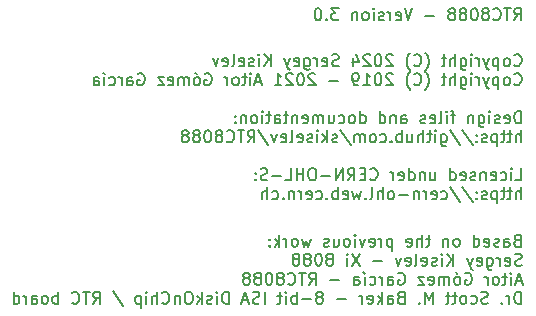
<source format=gbr>
%TF.GenerationSoftware,KiCad,Pcbnew,(6.0.2)*%
%TF.CreationDate,2024-04-26T00:25:47-07:00*%
%TF.ProjectId,RTC8088,52544338-3038-4382-9e6b-696361645f70,3.0*%
%TF.SameCoordinates,Original*%
%TF.FileFunction,Legend,Bot*%
%TF.FilePolarity,Positive*%
%FSLAX46Y46*%
G04 Gerber Fmt 4.6, Leading zero omitted, Abs format (unit mm)*
G04 Created by KiCad (PCBNEW (6.0.2)) date 2024-04-26 00:25:47*
%MOMM*%
%LPD*%
G01*
G04 APERTURE LIST*
%ADD10C,0.150000*%
G04 APERTURE END LIST*
D10*
X193720476Y-62047380D02*
X194053809Y-61571190D01*
X194291904Y-62047380D02*
X194291904Y-61047380D01*
X193910952Y-61047380D01*
X193815714Y-61095000D01*
X193768095Y-61142619D01*
X193720476Y-61237857D01*
X193720476Y-61380714D01*
X193768095Y-61475952D01*
X193815714Y-61523571D01*
X193910952Y-61571190D01*
X194291904Y-61571190D01*
X193434761Y-61047380D02*
X192863333Y-61047380D01*
X193149047Y-62047380D02*
X193149047Y-61047380D01*
X191958571Y-61952142D02*
X192006190Y-61999761D01*
X192149047Y-62047380D01*
X192244285Y-62047380D01*
X192387142Y-61999761D01*
X192482380Y-61904523D01*
X192530000Y-61809285D01*
X192577619Y-61618809D01*
X192577619Y-61475952D01*
X192530000Y-61285476D01*
X192482380Y-61190238D01*
X192387142Y-61095000D01*
X192244285Y-61047380D01*
X192149047Y-61047380D01*
X192006190Y-61095000D01*
X191958571Y-61142619D01*
X191387142Y-61475952D02*
X191482380Y-61428333D01*
X191530000Y-61380714D01*
X191577619Y-61285476D01*
X191577619Y-61237857D01*
X191530000Y-61142619D01*
X191482380Y-61095000D01*
X191387142Y-61047380D01*
X191196666Y-61047380D01*
X191101428Y-61095000D01*
X191053809Y-61142619D01*
X191006190Y-61237857D01*
X191006190Y-61285476D01*
X191053809Y-61380714D01*
X191101428Y-61428333D01*
X191196666Y-61475952D01*
X191387142Y-61475952D01*
X191482380Y-61523571D01*
X191530000Y-61571190D01*
X191577619Y-61666428D01*
X191577619Y-61856904D01*
X191530000Y-61952142D01*
X191482380Y-61999761D01*
X191387142Y-62047380D01*
X191196666Y-62047380D01*
X191101428Y-61999761D01*
X191053809Y-61952142D01*
X191006190Y-61856904D01*
X191006190Y-61666428D01*
X191053809Y-61571190D01*
X191101428Y-61523571D01*
X191196666Y-61475952D01*
X190387142Y-61047380D02*
X190291904Y-61047380D01*
X190196666Y-61095000D01*
X190149047Y-61142619D01*
X190101428Y-61237857D01*
X190053809Y-61428333D01*
X190053809Y-61666428D01*
X190101428Y-61856904D01*
X190149047Y-61952142D01*
X190196666Y-61999761D01*
X190291904Y-62047380D01*
X190387142Y-62047380D01*
X190482380Y-61999761D01*
X190530000Y-61952142D01*
X190577619Y-61856904D01*
X190625238Y-61666428D01*
X190625238Y-61428333D01*
X190577619Y-61237857D01*
X190530000Y-61142619D01*
X190482380Y-61095000D01*
X190387142Y-61047380D01*
X189482380Y-61475952D02*
X189577619Y-61428333D01*
X189625238Y-61380714D01*
X189672857Y-61285476D01*
X189672857Y-61237857D01*
X189625238Y-61142619D01*
X189577619Y-61095000D01*
X189482380Y-61047380D01*
X189291904Y-61047380D01*
X189196666Y-61095000D01*
X189149047Y-61142619D01*
X189101428Y-61237857D01*
X189101428Y-61285476D01*
X189149047Y-61380714D01*
X189196666Y-61428333D01*
X189291904Y-61475952D01*
X189482380Y-61475952D01*
X189577619Y-61523571D01*
X189625238Y-61571190D01*
X189672857Y-61666428D01*
X189672857Y-61856904D01*
X189625238Y-61952142D01*
X189577619Y-61999761D01*
X189482380Y-62047380D01*
X189291904Y-62047380D01*
X189196666Y-61999761D01*
X189149047Y-61952142D01*
X189101428Y-61856904D01*
X189101428Y-61666428D01*
X189149047Y-61571190D01*
X189196666Y-61523571D01*
X189291904Y-61475952D01*
X188530000Y-61475952D02*
X188625238Y-61428333D01*
X188672857Y-61380714D01*
X188720476Y-61285476D01*
X188720476Y-61237857D01*
X188672857Y-61142619D01*
X188625238Y-61095000D01*
X188530000Y-61047380D01*
X188339523Y-61047380D01*
X188244285Y-61095000D01*
X188196666Y-61142619D01*
X188149047Y-61237857D01*
X188149047Y-61285476D01*
X188196666Y-61380714D01*
X188244285Y-61428333D01*
X188339523Y-61475952D01*
X188530000Y-61475952D01*
X188625238Y-61523571D01*
X188672857Y-61571190D01*
X188720476Y-61666428D01*
X188720476Y-61856904D01*
X188672857Y-61952142D01*
X188625238Y-61999761D01*
X188530000Y-62047380D01*
X188339523Y-62047380D01*
X188244285Y-61999761D01*
X188196666Y-61952142D01*
X188149047Y-61856904D01*
X188149047Y-61666428D01*
X188196666Y-61571190D01*
X188244285Y-61523571D01*
X188339523Y-61475952D01*
X186958571Y-61666428D02*
X186196666Y-61666428D01*
X185101428Y-61047380D02*
X184768095Y-62047380D01*
X184434761Y-61047380D01*
X183720476Y-61999761D02*
X183815714Y-62047380D01*
X184006190Y-62047380D01*
X184101428Y-61999761D01*
X184149047Y-61904523D01*
X184149047Y-61523571D01*
X184101428Y-61428333D01*
X184006190Y-61380714D01*
X183815714Y-61380714D01*
X183720476Y-61428333D01*
X183672857Y-61523571D01*
X183672857Y-61618809D01*
X184149047Y-61714047D01*
X183244285Y-62047380D02*
X183244285Y-61380714D01*
X183244285Y-61571190D02*
X183196666Y-61475952D01*
X183149047Y-61428333D01*
X183053809Y-61380714D01*
X182958571Y-61380714D01*
X182672857Y-61999761D02*
X182577619Y-62047380D01*
X182387142Y-62047380D01*
X182291904Y-61999761D01*
X182244285Y-61904523D01*
X182244285Y-61856904D01*
X182291904Y-61761666D01*
X182387142Y-61714047D01*
X182530000Y-61714047D01*
X182625238Y-61666428D01*
X182672857Y-61571190D01*
X182672857Y-61523571D01*
X182625238Y-61428333D01*
X182530000Y-61380714D01*
X182387142Y-61380714D01*
X182291904Y-61428333D01*
X181815714Y-62047380D02*
X181815714Y-61380714D01*
X181815714Y-61047380D02*
X181863333Y-61095000D01*
X181815714Y-61142619D01*
X181768095Y-61095000D01*
X181815714Y-61047380D01*
X181815714Y-61142619D01*
X181196666Y-62047380D02*
X181291904Y-61999761D01*
X181339523Y-61952142D01*
X181387142Y-61856904D01*
X181387142Y-61571190D01*
X181339523Y-61475952D01*
X181291904Y-61428333D01*
X181196666Y-61380714D01*
X181053809Y-61380714D01*
X180958571Y-61428333D01*
X180910952Y-61475952D01*
X180863333Y-61571190D01*
X180863333Y-61856904D01*
X180910952Y-61952142D01*
X180958571Y-61999761D01*
X181053809Y-62047380D01*
X181196666Y-62047380D01*
X180434761Y-61380714D02*
X180434761Y-62047380D01*
X180434761Y-61475952D02*
X180387142Y-61428333D01*
X180291904Y-61380714D01*
X180149047Y-61380714D01*
X180053809Y-61428333D01*
X180006190Y-61523571D01*
X180006190Y-62047380D01*
X178863333Y-61047380D02*
X178244285Y-61047380D01*
X178577619Y-61428333D01*
X178434761Y-61428333D01*
X178339523Y-61475952D01*
X178291904Y-61523571D01*
X178244285Y-61618809D01*
X178244285Y-61856904D01*
X178291904Y-61952142D01*
X178339523Y-61999761D01*
X178434761Y-62047380D01*
X178720476Y-62047380D01*
X178815714Y-61999761D01*
X178863333Y-61952142D01*
X177815714Y-61952142D02*
X177768095Y-61999761D01*
X177815714Y-62047380D01*
X177863333Y-61999761D01*
X177815714Y-61952142D01*
X177815714Y-62047380D01*
X177149047Y-61047380D02*
X177053809Y-61047380D01*
X176958571Y-61095000D01*
X176910952Y-61142619D01*
X176863333Y-61237857D01*
X176815714Y-61428333D01*
X176815714Y-61666428D01*
X176863333Y-61856904D01*
X176910952Y-61952142D01*
X176958571Y-61999761D01*
X177053809Y-62047380D01*
X177149047Y-62047380D01*
X177244285Y-61999761D01*
X177291904Y-61952142D01*
X177339523Y-61856904D01*
X177387142Y-61666428D01*
X177387142Y-61428333D01*
X177339523Y-61237857D01*
X177291904Y-61142619D01*
X177244285Y-61095000D01*
X177149047Y-61047380D01*
X193958571Y-80698571D02*
X193815714Y-80746190D01*
X193768095Y-80793809D01*
X193720476Y-80889047D01*
X193720476Y-81031904D01*
X193768095Y-81127142D01*
X193815714Y-81174761D01*
X193910952Y-81222380D01*
X194291904Y-81222380D01*
X194291904Y-80222380D01*
X193958571Y-80222380D01*
X193863333Y-80270000D01*
X193815714Y-80317619D01*
X193768095Y-80412857D01*
X193768095Y-80508095D01*
X193815714Y-80603333D01*
X193863333Y-80650952D01*
X193958571Y-80698571D01*
X194291904Y-80698571D01*
X192863333Y-81222380D02*
X192863333Y-80698571D01*
X192910952Y-80603333D01*
X193006190Y-80555714D01*
X193196666Y-80555714D01*
X193291904Y-80603333D01*
X192863333Y-81174761D02*
X192958571Y-81222380D01*
X193196666Y-81222380D01*
X193291904Y-81174761D01*
X193339523Y-81079523D01*
X193339523Y-80984285D01*
X193291904Y-80889047D01*
X193196666Y-80841428D01*
X192958571Y-80841428D01*
X192863333Y-80793809D01*
X192434761Y-81174761D02*
X192339523Y-81222380D01*
X192149047Y-81222380D01*
X192053809Y-81174761D01*
X192006190Y-81079523D01*
X192006190Y-81031904D01*
X192053809Y-80936666D01*
X192149047Y-80889047D01*
X192291904Y-80889047D01*
X192387142Y-80841428D01*
X192434761Y-80746190D01*
X192434761Y-80698571D01*
X192387142Y-80603333D01*
X192291904Y-80555714D01*
X192149047Y-80555714D01*
X192053809Y-80603333D01*
X191196666Y-81174761D02*
X191291904Y-81222380D01*
X191482380Y-81222380D01*
X191577619Y-81174761D01*
X191625238Y-81079523D01*
X191625238Y-80698571D01*
X191577619Y-80603333D01*
X191482380Y-80555714D01*
X191291904Y-80555714D01*
X191196666Y-80603333D01*
X191149047Y-80698571D01*
X191149047Y-80793809D01*
X191625238Y-80889047D01*
X190291904Y-81222380D02*
X190291904Y-80222380D01*
X190291904Y-81174761D02*
X190387142Y-81222380D01*
X190577619Y-81222380D01*
X190672857Y-81174761D01*
X190720476Y-81127142D01*
X190768095Y-81031904D01*
X190768095Y-80746190D01*
X190720476Y-80650952D01*
X190672857Y-80603333D01*
X190577619Y-80555714D01*
X190387142Y-80555714D01*
X190291904Y-80603333D01*
X188910952Y-81222380D02*
X189006190Y-81174761D01*
X189053809Y-81127142D01*
X189101428Y-81031904D01*
X189101428Y-80746190D01*
X189053809Y-80650952D01*
X189006190Y-80603333D01*
X188910952Y-80555714D01*
X188768095Y-80555714D01*
X188672857Y-80603333D01*
X188625238Y-80650952D01*
X188577619Y-80746190D01*
X188577619Y-81031904D01*
X188625238Y-81127142D01*
X188672857Y-81174761D01*
X188768095Y-81222380D01*
X188910952Y-81222380D01*
X188149047Y-80555714D02*
X188149047Y-81222380D01*
X188149047Y-80650952D02*
X188101428Y-80603333D01*
X188006190Y-80555714D01*
X187863333Y-80555714D01*
X187768095Y-80603333D01*
X187720476Y-80698571D01*
X187720476Y-81222380D01*
X186625238Y-80555714D02*
X186244285Y-80555714D01*
X186482380Y-80222380D02*
X186482380Y-81079523D01*
X186434761Y-81174761D01*
X186339523Y-81222380D01*
X186244285Y-81222380D01*
X185910952Y-81222380D02*
X185910952Y-80222380D01*
X185482380Y-81222380D02*
X185482380Y-80698571D01*
X185530000Y-80603333D01*
X185625238Y-80555714D01*
X185768095Y-80555714D01*
X185863333Y-80603333D01*
X185910952Y-80650952D01*
X184625238Y-81174761D02*
X184720476Y-81222380D01*
X184910952Y-81222380D01*
X185006190Y-81174761D01*
X185053809Y-81079523D01*
X185053809Y-80698571D01*
X185006190Y-80603333D01*
X184910952Y-80555714D01*
X184720476Y-80555714D01*
X184625238Y-80603333D01*
X184577619Y-80698571D01*
X184577619Y-80793809D01*
X185053809Y-80889047D01*
X183387142Y-80555714D02*
X183387142Y-81555714D01*
X183387142Y-80603333D02*
X183291904Y-80555714D01*
X183101428Y-80555714D01*
X183006190Y-80603333D01*
X182958571Y-80650952D01*
X182910952Y-80746190D01*
X182910952Y-81031904D01*
X182958571Y-81127142D01*
X183006190Y-81174761D01*
X183101428Y-81222380D01*
X183291904Y-81222380D01*
X183387142Y-81174761D01*
X182482380Y-81222380D02*
X182482380Y-80555714D01*
X182482380Y-80746190D02*
X182434761Y-80650952D01*
X182387142Y-80603333D01*
X182291904Y-80555714D01*
X182196666Y-80555714D01*
X181482380Y-81174761D02*
X181577619Y-81222380D01*
X181768095Y-81222380D01*
X181863333Y-81174761D01*
X181910952Y-81079523D01*
X181910952Y-80698571D01*
X181863333Y-80603333D01*
X181768095Y-80555714D01*
X181577619Y-80555714D01*
X181482380Y-80603333D01*
X181434761Y-80698571D01*
X181434761Y-80793809D01*
X181910952Y-80889047D01*
X181101428Y-80555714D02*
X180863333Y-81222380D01*
X180625238Y-80555714D01*
X180244285Y-81222380D02*
X180244285Y-80555714D01*
X180244285Y-80222380D02*
X180291904Y-80270000D01*
X180244285Y-80317619D01*
X180196666Y-80270000D01*
X180244285Y-80222380D01*
X180244285Y-80317619D01*
X179625238Y-81222380D02*
X179720476Y-81174761D01*
X179768095Y-81127142D01*
X179815714Y-81031904D01*
X179815714Y-80746190D01*
X179768095Y-80650952D01*
X179720476Y-80603333D01*
X179625238Y-80555714D01*
X179482380Y-80555714D01*
X179387142Y-80603333D01*
X179339523Y-80650952D01*
X179291904Y-80746190D01*
X179291904Y-81031904D01*
X179339523Y-81127142D01*
X179387142Y-81174761D01*
X179482380Y-81222380D01*
X179625238Y-81222380D01*
X178434761Y-80555714D02*
X178434761Y-81222380D01*
X178863333Y-80555714D02*
X178863333Y-81079523D01*
X178815714Y-81174761D01*
X178720476Y-81222380D01*
X178577619Y-81222380D01*
X178482380Y-81174761D01*
X178434761Y-81127142D01*
X178006190Y-81174761D02*
X177910952Y-81222380D01*
X177720476Y-81222380D01*
X177625238Y-81174761D01*
X177577619Y-81079523D01*
X177577619Y-81031904D01*
X177625238Y-80936666D01*
X177720476Y-80889047D01*
X177863333Y-80889047D01*
X177958571Y-80841428D01*
X178006190Y-80746190D01*
X178006190Y-80698571D01*
X177958571Y-80603333D01*
X177863333Y-80555714D01*
X177720476Y-80555714D01*
X177625238Y-80603333D01*
X176482380Y-80555714D02*
X176291904Y-81222380D01*
X176101428Y-80746190D01*
X175910952Y-81222380D01*
X175720476Y-80555714D01*
X175196666Y-81222380D02*
X175291904Y-81174761D01*
X175339523Y-81127142D01*
X175387142Y-81031904D01*
X175387142Y-80746190D01*
X175339523Y-80650952D01*
X175291904Y-80603333D01*
X175196666Y-80555714D01*
X175053809Y-80555714D01*
X174958571Y-80603333D01*
X174910952Y-80650952D01*
X174863333Y-80746190D01*
X174863333Y-81031904D01*
X174910952Y-81127142D01*
X174958571Y-81174761D01*
X175053809Y-81222380D01*
X175196666Y-81222380D01*
X174434761Y-81222380D02*
X174434761Y-80555714D01*
X174434761Y-80746190D02*
X174387142Y-80650952D01*
X174339523Y-80603333D01*
X174244285Y-80555714D01*
X174149047Y-80555714D01*
X173815714Y-81222380D02*
X173815714Y-80222380D01*
X173720476Y-80841428D02*
X173434761Y-81222380D01*
X173434761Y-80555714D02*
X173815714Y-80936666D01*
X173006190Y-81127142D02*
X172958571Y-81174761D01*
X173006190Y-81222380D01*
X173053809Y-81174761D01*
X173006190Y-81127142D01*
X173006190Y-81222380D01*
X173006190Y-80603333D02*
X172958571Y-80650952D01*
X173006190Y-80698571D01*
X173053809Y-80650952D01*
X173006190Y-80603333D01*
X173006190Y-80698571D01*
X194339523Y-82784761D02*
X194196666Y-82832380D01*
X193958571Y-82832380D01*
X193863333Y-82784761D01*
X193815714Y-82737142D01*
X193768095Y-82641904D01*
X193768095Y-82546666D01*
X193815714Y-82451428D01*
X193863333Y-82403809D01*
X193958571Y-82356190D01*
X194149047Y-82308571D01*
X194244285Y-82260952D01*
X194291904Y-82213333D01*
X194339523Y-82118095D01*
X194339523Y-82022857D01*
X194291904Y-81927619D01*
X194244285Y-81880000D01*
X194149047Y-81832380D01*
X193910952Y-81832380D01*
X193768095Y-81880000D01*
X192958571Y-82784761D02*
X193053809Y-82832380D01*
X193244285Y-82832380D01*
X193339523Y-82784761D01*
X193387142Y-82689523D01*
X193387142Y-82308571D01*
X193339523Y-82213333D01*
X193244285Y-82165714D01*
X193053809Y-82165714D01*
X192958571Y-82213333D01*
X192910952Y-82308571D01*
X192910952Y-82403809D01*
X193387142Y-82499047D01*
X192482380Y-82832380D02*
X192482380Y-82165714D01*
X192482380Y-82356190D02*
X192434761Y-82260952D01*
X192387142Y-82213333D01*
X192291904Y-82165714D01*
X192196666Y-82165714D01*
X191434761Y-82165714D02*
X191434761Y-82975238D01*
X191482380Y-83070476D01*
X191530000Y-83118095D01*
X191625238Y-83165714D01*
X191768095Y-83165714D01*
X191863333Y-83118095D01*
X191434761Y-82784761D02*
X191530000Y-82832380D01*
X191720476Y-82832380D01*
X191815714Y-82784761D01*
X191863333Y-82737142D01*
X191910952Y-82641904D01*
X191910952Y-82356190D01*
X191863333Y-82260952D01*
X191815714Y-82213333D01*
X191720476Y-82165714D01*
X191530000Y-82165714D01*
X191434761Y-82213333D01*
X190577619Y-82784761D02*
X190672857Y-82832380D01*
X190863333Y-82832380D01*
X190958571Y-82784761D01*
X191006190Y-82689523D01*
X191006190Y-82308571D01*
X190958571Y-82213333D01*
X190863333Y-82165714D01*
X190672857Y-82165714D01*
X190577619Y-82213333D01*
X190530000Y-82308571D01*
X190530000Y-82403809D01*
X191006190Y-82499047D01*
X190196666Y-82165714D02*
X189958571Y-82832380D01*
X189720476Y-82165714D02*
X189958571Y-82832380D01*
X190053809Y-83070476D01*
X190101428Y-83118095D01*
X190196666Y-83165714D01*
X188577619Y-82832380D02*
X188577619Y-81832380D01*
X188006190Y-82832380D02*
X188434761Y-82260952D01*
X188006190Y-81832380D02*
X188577619Y-82403809D01*
X187577619Y-82832380D02*
X187577619Y-82165714D01*
X187577619Y-81832380D02*
X187625238Y-81880000D01*
X187577619Y-81927619D01*
X187530000Y-81880000D01*
X187577619Y-81832380D01*
X187577619Y-81927619D01*
X187149047Y-82784761D02*
X187053809Y-82832380D01*
X186863333Y-82832380D01*
X186768095Y-82784761D01*
X186720476Y-82689523D01*
X186720476Y-82641904D01*
X186768095Y-82546666D01*
X186863333Y-82499047D01*
X187006190Y-82499047D01*
X187101428Y-82451428D01*
X187149047Y-82356190D01*
X187149047Y-82308571D01*
X187101428Y-82213333D01*
X187006190Y-82165714D01*
X186863333Y-82165714D01*
X186768095Y-82213333D01*
X185910952Y-82784761D02*
X186006190Y-82832380D01*
X186196666Y-82832380D01*
X186291904Y-82784761D01*
X186339523Y-82689523D01*
X186339523Y-82308571D01*
X186291904Y-82213333D01*
X186196666Y-82165714D01*
X186006190Y-82165714D01*
X185910952Y-82213333D01*
X185863333Y-82308571D01*
X185863333Y-82403809D01*
X186339523Y-82499047D01*
X185291904Y-82832380D02*
X185387142Y-82784761D01*
X185434761Y-82689523D01*
X185434761Y-81832380D01*
X184530000Y-82784761D02*
X184625238Y-82832380D01*
X184815714Y-82832380D01*
X184910952Y-82784761D01*
X184958571Y-82689523D01*
X184958571Y-82308571D01*
X184910952Y-82213333D01*
X184815714Y-82165714D01*
X184625238Y-82165714D01*
X184530000Y-82213333D01*
X184482380Y-82308571D01*
X184482380Y-82403809D01*
X184958571Y-82499047D01*
X184149047Y-82165714D02*
X183910952Y-82832380D01*
X183672857Y-82165714D01*
X182530000Y-82451428D02*
X181768095Y-82451428D01*
X180625238Y-81832380D02*
X179958571Y-82832380D01*
X179958571Y-81832380D02*
X180625238Y-82832380D01*
X179577619Y-82832380D02*
X179577619Y-82165714D01*
X179577619Y-81832380D02*
X179625238Y-81880000D01*
X179577619Y-81927619D01*
X179530000Y-81880000D01*
X179577619Y-81832380D01*
X179577619Y-81927619D01*
X178196666Y-82260952D02*
X178291904Y-82213333D01*
X178339523Y-82165714D01*
X178387142Y-82070476D01*
X178387142Y-82022857D01*
X178339523Y-81927619D01*
X178291904Y-81880000D01*
X178196666Y-81832380D01*
X178006190Y-81832380D01*
X177910952Y-81880000D01*
X177863333Y-81927619D01*
X177815714Y-82022857D01*
X177815714Y-82070476D01*
X177863333Y-82165714D01*
X177910952Y-82213333D01*
X178006190Y-82260952D01*
X178196666Y-82260952D01*
X178291904Y-82308571D01*
X178339523Y-82356190D01*
X178387142Y-82451428D01*
X178387142Y-82641904D01*
X178339523Y-82737142D01*
X178291904Y-82784761D01*
X178196666Y-82832380D01*
X178006190Y-82832380D01*
X177910952Y-82784761D01*
X177863333Y-82737142D01*
X177815714Y-82641904D01*
X177815714Y-82451428D01*
X177863333Y-82356190D01*
X177910952Y-82308571D01*
X178006190Y-82260952D01*
X177196666Y-81832380D02*
X177101428Y-81832380D01*
X177006190Y-81880000D01*
X176958571Y-81927619D01*
X176910952Y-82022857D01*
X176863333Y-82213333D01*
X176863333Y-82451428D01*
X176910952Y-82641904D01*
X176958571Y-82737142D01*
X177006190Y-82784761D01*
X177101428Y-82832380D01*
X177196666Y-82832380D01*
X177291904Y-82784761D01*
X177339523Y-82737142D01*
X177387142Y-82641904D01*
X177434761Y-82451428D01*
X177434761Y-82213333D01*
X177387142Y-82022857D01*
X177339523Y-81927619D01*
X177291904Y-81880000D01*
X177196666Y-81832380D01*
X176291904Y-82260952D02*
X176387142Y-82213333D01*
X176434761Y-82165714D01*
X176482380Y-82070476D01*
X176482380Y-82022857D01*
X176434761Y-81927619D01*
X176387142Y-81880000D01*
X176291904Y-81832380D01*
X176101428Y-81832380D01*
X176006190Y-81880000D01*
X175958571Y-81927619D01*
X175910952Y-82022857D01*
X175910952Y-82070476D01*
X175958571Y-82165714D01*
X176006190Y-82213333D01*
X176101428Y-82260952D01*
X176291904Y-82260952D01*
X176387142Y-82308571D01*
X176434761Y-82356190D01*
X176482380Y-82451428D01*
X176482380Y-82641904D01*
X176434761Y-82737142D01*
X176387142Y-82784761D01*
X176291904Y-82832380D01*
X176101428Y-82832380D01*
X176006190Y-82784761D01*
X175958571Y-82737142D01*
X175910952Y-82641904D01*
X175910952Y-82451428D01*
X175958571Y-82356190D01*
X176006190Y-82308571D01*
X176101428Y-82260952D01*
X175339523Y-82260952D02*
X175434761Y-82213333D01*
X175482380Y-82165714D01*
X175530000Y-82070476D01*
X175530000Y-82022857D01*
X175482380Y-81927619D01*
X175434761Y-81880000D01*
X175339523Y-81832380D01*
X175149047Y-81832380D01*
X175053809Y-81880000D01*
X175006190Y-81927619D01*
X174958571Y-82022857D01*
X174958571Y-82070476D01*
X175006190Y-82165714D01*
X175053809Y-82213333D01*
X175149047Y-82260952D01*
X175339523Y-82260952D01*
X175434761Y-82308571D01*
X175482380Y-82356190D01*
X175530000Y-82451428D01*
X175530000Y-82641904D01*
X175482380Y-82737142D01*
X175434761Y-82784761D01*
X175339523Y-82832380D01*
X175149047Y-82832380D01*
X175053809Y-82784761D01*
X175006190Y-82737142D01*
X174958571Y-82641904D01*
X174958571Y-82451428D01*
X175006190Y-82356190D01*
X175053809Y-82308571D01*
X175149047Y-82260952D01*
X194339523Y-84156666D02*
X193863333Y-84156666D01*
X194434761Y-84442380D02*
X194101428Y-83442380D01*
X193768095Y-84442380D01*
X193434761Y-84442380D02*
X193434761Y-83775714D01*
X193434761Y-83442380D02*
X193482380Y-83490000D01*
X193434761Y-83537619D01*
X193387142Y-83490000D01*
X193434761Y-83442380D01*
X193434761Y-83537619D01*
X193101428Y-83775714D02*
X192720476Y-83775714D01*
X192958571Y-83442380D02*
X192958571Y-84299523D01*
X192910952Y-84394761D01*
X192815714Y-84442380D01*
X192720476Y-84442380D01*
X192244285Y-84442380D02*
X192339523Y-84394761D01*
X192387142Y-84347142D01*
X192434761Y-84251904D01*
X192434761Y-83966190D01*
X192387142Y-83870952D01*
X192339523Y-83823333D01*
X192244285Y-83775714D01*
X192101428Y-83775714D01*
X192006190Y-83823333D01*
X191958571Y-83870952D01*
X191910952Y-83966190D01*
X191910952Y-84251904D01*
X191958571Y-84347142D01*
X192006190Y-84394761D01*
X192101428Y-84442380D01*
X192244285Y-84442380D01*
X191482380Y-84442380D02*
X191482380Y-83775714D01*
X191482380Y-83966190D02*
X191434761Y-83870952D01*
X191387142Y-83823333D01*
X191291904Y-83775714D01*
X191196666Y-83775714D01*
X189577619Y-83490000D02*
X189672857Y-83442380D01*
X189815714Y-83442380D01*
X189958571Y-83490000D01*
X190053809Y-83585238D01*
X190101428Y-83680476D01*
X190149047Y-83870952D01*
X190149047Y-84013809D01*
X190101428Y-84204285D01*
X190053809Y-84299523D01*
X189958571Y-84394761D01*
X189815714Y-84442380D01*
X189720476Y-84442380D01*
X189577619Y-84394761D01*
X189530000Y-84347142D01*
X189530000Y-84013809D01*
X189720476Y-84013809D01*
X188958571Y-84442380D02*
X189053809Y-84394761D01*
X189101428Y-84347142D01*
X189149047Y-84251904D01*
X189149047Y-83966190D01*
X189101428Y-83870952D01*
X189053809Y-83823333D01*
X188958571Y-83775714D01*
X188815714Y-83775714D01*
X188720476Y-83823333D01*
X188672857Y-83870952D01*
X188625238Y-83966190D01*
X188625238Y-84251904D01*
X188672857Y-84347142D01*
X188720476Y-84394761D01*
X188815714Y-84442380D01*
X188958571Y-84442380D01*
X188768095Y-83394761D02*
X188910952Y-83537619D01*
X188196666Y-84442380D02*
X188196666Y-83775714D01*
X188196666Y-83870952D02*
X188149047Y-83823333D01*
X188053809Y-83775714D01*
X187910952Y-83775714D01*
X187815714Y-83823333D01*
X187768095Y-83918571D01*
X187768095Y-84442380D01*
X187768095Y-83918571D02*
X187720476Y-83823333D01*
X187625238Y-83775714D01*
X187482380Y-83775714D01*
X187387142Y-83823333D01*
X187339523Y-83918571D01*
X187339523Y-84442380D01*
X186482380Y-84394761D02*
X186577619Y-84442380D01*
X186768095Y-84442380D01*
X186863333Y-84394761D01*
X186910952Y-84299523D01*
X186910952Y-83918571D01*
X186863333Y-83823333D01*
X186768095Y-83775714D01*
X186577619Y-83775714D01*
X186482380Y-83823333D01*
X186434761Y-83918571D01*
X186434761Y-84013809D01*
X186910952Y-84109047D01*
X186101428Y-83775714D02*
X185577619Y-83775714D01*
X186101428Y-84442380D01*
X185577619Y-84442380D01*
X183910952Y-83490000D02*
X184006190Y-83442380D01*
X184149047Y-83442380D01*
X184291904Y-83490000D01*
X184387142Y-83585238D01*
X184434761Y-83680476D01*
X184482380Y-83870952D01*
X184482380Y-84013809D01*
X184434761Y-84204285D01*
X184387142Y-84299523D01*
X184291904Y-84394761D01*
X184149047Y-84442380D01*
X184053809Y-84442380D01*
X183910952Y-84394761D01*
X183863333Y-84347142D01*
X183863333Y-84013809D01*
X184053809Y-84013809D01*
X183006190Y-84442380D02*
X183006190Y-83918571D01*
X183053809Y-83823333D01*
X183149047Y-83775714D01*
X183339523Y-83775714D01*
X183434761Y-83823333D01*
X183006190Y-84394761D02*
X183101428Y-84442380D01*
X183339523Y-84442380D01*
X183434761Y-84394761D01*
X183482380Y-84299523D01*
X183482380Y-84204285D01*
X183434761Y-84109047D01*
X183339523Y-84061428D01*
X183101428Y-84061428D01*
X183006190Y-84013809D01*
X182530000Y-84442380D02*
X182530000Y-83775714D01*
X182530000Y-83966190D02*
X182482380Y-83870952D01*
X182434761Y-83823333D01*
X182339523Y-83775714D01*
X182244285Y-83775714D01*
X181482380Y-84394761D02*
X181577619Y-84442380D01*
X181768095Y-84442380D01*
X181863333Y-84394761D01*
X181910952Y-84347142D01*
X181958571Y-84251904D01*
X181958571Y-83966190D01*
X181910952Y-83870952D01*
X181863333Y-83823333D01*
X181768095Y-83775714D01*
X181577619Y-83775714D01*
X181482380Y-83823333D01*
X181053809Y-84442380D02*
X181053809Y-83775714D01*
X180958571Y-83394761D02*
X181101428Y-83537619D01*
X180149047Y-84442380D02*
X180149047Y-83918571D01*
X180196666Y-83823333D01*
X180291904Y-83775714D01*
X180482380Y-83775714D01*
X180577619Y-83823333D01*
X180149047Y-84394761D02*
X180244285Y-84442380D01*
X180482380Y-84442380D01*
X180577619Y-84394761D01*
X180625238Y-84299523D01*
X180625238Y-84204285D01*
X180577619Y-84109047D01*
X180482380Y-84061428D01*
X180244285Y-84061428D01*
X180149047Y-84013809D01*
X178910952Y-84061428D02*
X178149047Y-84061428D01*
X176339523Y-84442380D02*
X176672857Y-83966190D01*
X176910952Y-84442380D02*
X176910952Y-83442380D01*
X176530000Y-83442380D01*
X176434761Y-83490000D01*
X176387142Y-83537619D01*
X176339523Y-83632857D01*
X176339523Y-83775714D01*
X176387142Y-83870952D01*
X176434761Y-83918571D01*
X176530000Y-83966190D01*
X176910952Y-83966190D01*
X176053809Y-83442380D02*
X175482380Y-83442380D01*
X175768095Y-84442380D02*
X175768095Y-83442380D01*
X174577619Y-84347142D02*
X174625238Y-84394761D01*
X174768095Y-84442380D01*
X174863333Y-84442380D01*
X175006190Y-84394761D01*
X175101428Y-84299523D01*
X175149047Y-84204285D01*
X175196666Y-84013809D01*
X175196666Y-83870952D01*
X175149047Y-83680476D01*
X175101428Y-83585238D01*
X175006190Y-83490000D01*
X174863333Y-83442380D01*
X174768095Y-83442380D01*
X174625238Y-83490000D01*
X174577619Y-83537619D01*
X174006190Y-83870952D02*
X174101428Y-83823333D01*
X174149047Y-83775714D01*
X174196666Y-83680476D01*
X174196666Y-83632857D01*
X174149047Y-83537619D01*
X174101428Y-83490000D01*
X174006190Y-83442380D01*
X173815714Y-83442380D01*
X173720476Y-83490000D01*
X173672857Y-83537619D01*
X173625238Y-83632857D01*
X173625238Y-83680476D01*
X173672857Y-83775714D01*
X173720476Y-83823333D01*
X173815714Y-83870952D01*
X174006190Y-83870952D01*
X174101428Y-83918571D01*
X174149047Y-83966190D01*
X174196666Y-84061428D01*
X174196666Y-84251904D01*
X174149047Y-84347142D01*
X174101428Y-84394761D01*
X174006190Y-84442380D01*
X173815714Y-84442380D01*
X173720476Y-84394761D01*
X173672857Y-84347142D01*
X173625238Y-84251904D01*
X173625238Y-84061428D01*
X173672857Y-83966190D01*
X173720476Y-83918571D01*
X173815714Y-83870952D01*
X173006190Y-83442380D02*
X172910952Y-83442380D01*
X172815714Y-83490000D01*
X172768095Y-83537619D01*
X172720476Y-83632857D01*
X172672857Y-83823333D01*
X172672857Y-84061428D01*
X172720476Y-84251904D01*
X172768095Y-84347142D01*
X172815714Y-84394761D01*
X172910952Y-84442380D01*
X173006190Y-84442380D01*
X173101428Y-84394761D01*
X173149047Y-84347142D01*
X173196666Y-84251904D01*
X173244285Y-84061428D01*
X173244285Y-83823333D01*
X173196666Y-83632857D01*
X173149047Y-83537619D01*
X173101428Y-83490000D01*
X173006190Y-83442380D01*
X172101428Y-83870952D02*
X172196666Y-83823333D01*
X172244285Y-83775714D01*
X172291904Y-83680476D01*
X172291904Y-83632857D01*
X172244285Y-83537619D01*
X172196666Y-83490000D01*
X172101428Y-83442380D01*
X171910952Y-83442380D01*
X171815714Y-83490000D01*
X171768095Y-83537619D01*
X171720476Y-83632857D01*
X171720476Y-83680476D01*
X171768095Y-83775714D01*
X171815714Y-83823333D01*
X171910952Y-83870952D01*
X172101428Y-83870952D01*
X172196666Y-83918571D01*
X172244285Y-83966190D01*
X172291904Y-84061428D01*
X172291904Y-84251904D01*
X172244285Y-84347142D01*
X172196666Y-84394761D01*
X172101428Y-84442380D01*
X171910952Y-84442380D01*
X171815714Y-84394761D01*
X171768095Y-84347142D01*
X171720476Y-84251904D01*
X171720476Y-84061428D01*
X171768095Y-83966190D01*
X171815714Y-83918571D01*
X171910952Y-83870952D01*
X171149047Y-83870952D02*
X171244285Y-83823333D01*
X171291904Y-83775714D01*
X171339523Y-83680476D01*
X171339523Y-83632857D01*
X171291904Y-83537619D01*
X171244285Y-83490000D01*
X171149047Y-83442380D01*
X170958571Y-83442380D01*
X170863333Y-83490000D01*
X170815714Y-83537619D01*
X170768095Y-83632857D01*
X170768095Y-83680476D01*
X170815714Y-83775714D01*
X170863333Y-83823333D01*
X170958571Y-83870952D01*
X171149047Y-83870952D01*
X171244285Y-83918571D01*
X171291904Y-83966190D01*
X171339523Y-84061428D01*
X171339523Y-84251904D01*
X171291904Y-84347142D01*
X171244285Y-84394761D01*
X171149047Y-84442380D01*
X170958571Y-84442380D01*
X170863333Y-84394761D01*
X170815714Y-84347142D01*
X170768095Y-84251904D01*
X170768095Y-84061428D01*
X170815714Y-83966190D01*
X170863333Y-83918571D01*
X170958571Y-83870952D01*
X194291904Y-86052380D02*
X194291904Y-85052380D01*
X194053809Y-85052380D01*
X193910952Y-85100000D01*
X193815714Y-85195238D01*
X193768095Y-85290476D01*
X193720476Y-85480952D01*
X193720476Y-85623809D01*
X193768095Y-85814285D01*
X193815714Y-85909523D01*
X193910952Y-86004761D01*
X194053809Y-86052380D01*
X194291904Y-86052380D01*
X193291904Y-86052380D02*
X193291904Y-85385714D01*
X193291904Y-85576190D02*
X193244285Y-85480952D01*
X193196666Y-85433333D01*
X193101428Y-85385714D01*
X193006190Y-85385714D01*
X192672857Y-85957142D02*
X192625238Y-86004761D01*
X192672857Y-86052380D01*
X192720476Y-86004761D01*
X192672857Y-85957142D01*
X192672857Y-86052380D01*
X191482380Y-86004761D02*
X191339523Y-86052380D01*
X191101428Y-86052380D01*
X191006190Y-86004761D01*
X190958571Y-85957142D01*
X190910952Y-85861904D01*
X190910952Y-85766666D01*
X190958571Y-85671428D01*
X191006190Y-85623809D01*
X191101428Y-85576190D01*
X191291904Y-85528571D01*
X191387142Y-85480952D01*
X191434761Y-85433333D01*
X191482380Y-85338095D01*
X191482380Y-85242857D01*
X191434761Y-85147619D01*
X191387142Y-85100000D01*
X191291904Y-85052380D01*
X191053809Y-85052380D01*
X190910952Y-85100000D01*
X190053809Y-86004761D02*
X190149047Y-86052380D01*
X190339523Y-86052380D01*
X190434761Y-86004761D01*
X190482380Y-85957142D01*
X190530000Y-85861904D01*
X190530000Y-85576190D01*
X190482380Y-85480952D01*
X190434761Y-85433333D01*
X190339523Y-85385714D01*
X190149047Y-85385714D01*
X190053809Y-85433333D01*
X189482380Y-86052380D02*
X189577619Y-86004761D01*
X189625238Y-85957142D01*
X189672857Y-85861904D01*
X189672857Y-85576190D01*
X189625238Y-85480952D01*
X189577619Y-85433333D01*
X189482380Y-85385714D01*
X189339523Y-85385714D01*
X189244285Y-85433333D01*
X189196666Y-85480952D01*
X189149047Y-85576190D01*
X189149047Y-85861904D01*
X189196666Y-85957142D01*
X189244285Y-86004761D01*
X189339523Y-86052380D01*
X189482380Y-86052380D01*
X188863333Y-85385714D02*
X188482380Y-85385714D01*
X188720476Y-85052380D02*
X188720476Y-85909523D01*
X188672857Y-86004761D01*
X188577619Y-86052380D01*
X188482380Y-86052380D01*
X188291904Y-85385714D02*
X187910952Y-85385714D01*
X188149047Y-85052380D02*
X188149047Y-85909523D01*
X188101428Y-86004761D01*
X188006190Y-86052380D01*
X187910952Y-86052380D01*
X186815714Y-86052380D02*
X186815714Y-85052380D01*
X186482380Y-85766666D01*
X186149047Y-85052380D01*
X186149047Y-86052380D01*
X185672857Y-85957142D02*
X185625238Y-86004761D01*
X185672857Y-86052380D01*
X185720476Y-86004761D01*
X185672857Y-85957142D01*
X185672857Y-86052380D01*
X184101428Y-85528571D02*
X183958571Y-85576190D01*
X183910952Y-85623809D01*
X183863333Y-85719047D01*
X183863333Y-85861904D01*
X183910952Y-85957142D01*
X183958571Y-86004761D01*
X184053809Y-86052380D01*
X184434761Y-86052380D01*
X184434761Y-85052380D01*
X184101428Y-85052380D01*
X184006190Y-85100000D01*
X183958571Y-85147619D01*
X183910952Y-85242857D01*
X183910952Y-85338095D01*
X183958571Y-85433333D01*
X184006190Y-85480952D01*
X184101428Y-85528571D01*
X184434761Y-85528571D01*
X183006190Y-86052380D02*
X183006190Y-85528571D01*
X183053809Y-85433333D01*
X183149047Y-85385714D01*
X183339523Y-85385714D01*
X183434761Y-85433333D01*
X183006190Y-86004761D02*
X183101428Y-86052380D01*
X183339523Y-86052380D01*
X183434761Y-86004761D01*
X183482380Y-85909523D01*
X183482380Y-85814285D01*
X183434761Y-85719047D01*
X183339523Y-85671428D01*
X183101428Y-85671428D01*
X183006190Y-85623809D01*
X182530000Y-86052380D02*
X182530000Y-85052380D01*
X182434761Y-85671428D02*
X182149047Y-86052380D01*
X182149047Y-85385714D02*
X182530000Y-85766666D01*
X181339523Y-86004761D02*
X181434761Y-86052380D01*
X181625238Y-86052380D01*
X181720476Y-86004761D01*
X181768095Y-85909523D01*
X181768095Y-85528571D01*
X181720476Y-85433333D01*
X181625238Y-85385714D01*
X181434761Y-85385714D01*
X181339523Y-85433333D01*
X181291904Y-85528571D01*
X181291904Y-85623809D01*
X181768095Y-85719047D01*
X180863333Y-86052380D02*
X180863333Y-85385714D01*
X180863333Y-85576190D02*
X180815714Y-85480952D01*
X180768095Y-85433333D01*
X180672857Y-85385714D01*
X180577619Y-85385714D01*
X179482380Y-85671428D02*
X178720476Y-85671428D01*
X177339523Y-85480952D02*
X177434761Y-85433333D01*
X177482380Y-85385714D01*
X177530000Y-85290476D01*
X177530000Y-85242857D01*
X177482380Y-85147619D01*
X177434761Y-85100000D01*
X177339523Y-85052380D01*
X177149047Y-85052380D01*
X177053809Y-85100000D01*
X177006190Y-85147619D01*
X176958571Y-85242857D01*
X176958571Y-85290476D01*
X177006190Y-85385714D01*
X177053809Y-85433333D01*
X177149047Y-85480952D01*
X177339523Y-85480952D01*
X177434761Y-85528571D01*
X177482380Y-85576190D01*
X177530000Y-85671428D01*
X177530000Y-85861904D01*
X177482380Y-85957142D01*
X177434761Y-86004761D01*
X177339523Y-86052380D01*
X177149047Y-86052380D01*
X177053809Y-86004761D01*
X177006190Y-85957142D01*
X176958571Y-85861904D01*
X176958571Y-85671428D01*
X177006190Y-85576190D01*
X177053809Y-85528571D01*
X177149047Y-85480952D01*
X176530000Y-85671428D02*
X175768095Y-85671428D01*
X175291904Y-86052380D02*
X175291904Y-85052380D01*
X175291904Y-85433333D02*
X175196666Y-85385714D01*
X175006190Y-85385714D01*
X174910952Y-85433333D01*
X174863333Y-85480952D01*
X174815714Y-85576190D01*
X174815714Y-85861904D01*
X174863333Y-85957142D01*
X174910952Y-86004761D01*
X175006190Y-86052380D01*
X175196666Y-86052380D01*
X175291904Y-86004761D01*
X174387142Y-86052380D02*
X174387142Y-85385714D01*
X174387142Y-85052380D02*
X174434761Y-85100000D01*
X174387142Y-85147619D01*
X174339523Y-85100000D01*
X174387142Y-85052380D01*
X174387142Y-85147619D01*
X174053809Y-85385714D02*
X173672857Y-85385714D01*
X173910952Y-85052380D02*
X173910952Y-85909523D01*
X173863333Y-86004761D01*
X173768095Y-86052380D01*
X173672857Y-86052380D01*
X172577619Y-86052380D02*
X172577619Y-85052380D01*
X172149047Y-86004761D02*
X172006190Y-86052380D01*
X171768095Y-86052380D01*
X171672857Y-86004761D01*
X171625238Y-85957142D01*
X171577619Y-85861904D01*
X171577619Y-85766666D01*
X171625238Y-85671428D01*
X171672857Y-85623809D01*
X171768095Y-85576190D01*
X171958571Y-85528571D01*
X172053809Y-85480952D01*
X172101428Y-85433333D01*
X172149047Y-85338095D01*
X172149047Y-85242857D01*
X172101428Y-85147619D01*
X172053809Y-85100000D01*
X171958571Y-85052380D01*
X171720476Y-85052380D01*
X171577619Y-85100000D01*
X171196666Y-85766666D02*
X170720476Y-85766666D01*
X171291904Y-86052380D02*
X170958571Y-85052380D01*
X170625238Y-86052380D01*
X169530000Y-86052380D02*
X169530000Y-85052380D01*
X169291904Y-85052380D01*
X169149047Y-85100000D01*
X169053809Y-85195238D01*
X169006190Y-85290476D01*
X168958571Y-85480952D01*
X168958571Y-85623809D01*
X169006190Y-85814285D01*
X169053809Y-85909523D01*
X169149047Y-86004761D01*
X169291904Y-86052380D01*
X169530000Y-86052380D01*
X168530000Y-86052380D02*
X168530000Y-85385714D01*
X168530000Y-85052380D02*
X168577619Y-85100000D01*
X168530000Y-85147619D01*
X168482380Y-85100000D01*
X168530000Y-85052380D01*
X168530000Y-85147619D01*
X168101428Y-86004761D02*
X168006190Y-86052380D01*
X167815714Y-86052380D01*
X167720476Y-86004761D01*
X167672857Y-85909523D01*
X167672857Y-85861904D01*
X167720476Y-85766666D01*
X167815714Y-85719047D01*
X167958571Y-85719047D01*
X168053809Y-85671428D01*
X168101428Y-85576190D01*
X168101428Y-85528571D01*
X168053809Y-85433333D01*
X167958571Y-85385714D01*
X167815714Y-85385714D01*
X167720476Y-85433333D01*
X167244285Y-86052380D02*
X167244285Y-85052380D01*
X167149047Y-85671428D02*
X166863333Y-86052380D01*
X166863333Y-85385714D02*
X167244285Y-85766666D01*
X166244285Y-85052380D02*
X166053809Y-85052380D01*
X165958571Y-85100000D01*
X165863333Y-85195238D01*
X165815714Y-85385714D01*
X165815714Y-85719047D01*
X165863333Y-85909523D01*
X165958571Y-86004761D01*
X166053809Y-86052380D01*
X166244285Y-86052380D01*
X166339523Y-86004761D01*
X166434761Y-85909523D01*
X166482380Y-85719047D01*
X166482380Y-85385714D01*
X166434761Y-85195238D01*
X166339523Y-85100000D01*
X166244285Y-85052380D01*
X165387142Y-85385714D02*
X165387142Y-86052380D01*
X165387142Y-85480952D02*
X165339523Y-85433333D01*
X165244285Y-85385714D01*
X165101428Y-85385714D01*
X165006190Y-85433333D01*
X164958571Y-85528571D01*
X164958571Y-86052380D01*
X163910952Y-85957142D02*
X163958571Y-86004761D01*
X164101428Y-86052380D01*
X164196666Y-86052380D01*
X164339523Y-86004761D01*
X164434761Y-85909523D01*
X164482380Y-85814285D01*
X164530000Y-85623809D01*
X164530000Y-85480952D01*
X164482380Y-85290476D01*
X164434761Y-85195238D01*
X164339523Y-85100000D01*
X164196666Y-85052380D01*
X164101428Y-85052380D01*
X163958571Y-85100000D01*
X163910952Y-85147619D01*
X163482380Y-86052380D02*
X163482380Y-85052380D01*
X163053809Y-86052380D02*
X163053809Y-85528571D01*
X163101428Y-85433333D01*
X163196666Y-85385714D01*
X163339523Y-85385714D01*
X163434761Y-85433333D01*
X163482380Y-85480952D01*
X162577619Y-86052380D02*
X162577619Y-85385714D01*
X162577619Y-85052380D02*
X162625238Y-85100000D01*
X162577619Y-85147619D01*
X162530000Y-85100000D01*
X162577619Y-85052380D01*
X162577619Y-85147619D01*
X162101428Y-85385714D02*
X162101428Y-86385714D01*
X162101428Y-85433333D02*
X162006190Y-85385714D01*
X161815714Y-85385714D01*
X161720476Y-85433333D01*
X161672857Y-85480952D01*
X161625238Y-85576190D01*
X161625238Y-85861904D01*
X161672857Y-85957142D01*
X161720476Y-86004761D01*
X161815714Y-86052380D01*
X162006190Y-86052380D01*
X162101428Y-86004761D01*
X159720476Y-85004761D02*
X160577619Y-86290476D01*
X158053809Y-86052380D02*
X158387142Y-85576190D01*
X158625238Y-86052380D02*
X158625238Y-85052380D01*
X158244285Y-85052380D01*
X158149047Y-85100000D01*
X158101428Y-85147619D01*
X158053809Y-85242857D01*
X158053809Y-85385714D01*
X158101428Y-85480952D01*
X158149047Y-85528571D01*
X158244285Y-85576190D01*
X158625238Y-85576190D01*
X157768095Y-85052380D02*
X157196666Y-85052380D01*
X157482380Y-86052380D02*
X157482380Y-85052380D01*
X156291904Y-85957142D02*
X156339523Y-86004761D01*
X156482380Y-86052380D01*
X156577619Y-86052380D01*
X156720476Y-86004761D01*
X156815714Y-85909523D01*
X156863333Y-85814285D01*
X156910952Y-85623809D01*
X156910952Y-85480952D01*
X156863333Y-85290476D01*
X156815714Y-85195238D01*
X156720476Y-85100000D01*
X156577619Y-85052380D01*
X156482380Y-85052380D01*
X156339523Y-85100000D01*
X156291904Y-85147619D01*
X155101428Y-86052380D02*
X155101428Y-85052380D01*
X155101428Y-85433333D02*
X155006190Y-85385714D01*
X154815714Y-85385714D01*
X154720476Y-85433333D01*
X154672857Y-85480952D01*
X154625238Y-85576190D01*
X154625238Y-85861904D01*
X154672857Y-85957142D01*
X154720476Y-86004761D01*
X154815714Y-86052380D01*
X155006190Y-86052380D01*
X155101428Y-86004761D01*
X154053809Y-86052380D02*
X154149047Y-86004761D01*
X154196666Y-85957142D01*
X154244285Y-85861904D01*
X154244285Y-85576190D01*
X154196666Y-85480952D01*
X154149047Y-85433333D01*
X154053809Y-85385714D01*
X153910952Y-85385714D01*
X153815714Y-85433333D01*
X153768095Y-85480952D01*
X153720476Y-85576190D01*
X153720476Y-85861904D01*
X153768095Y-85957142D01*
X153815714Y-86004761D01*
X153910952Y-86052380D01*
X154053809Y-86052380D01*
X152863333Y-86052380D02*
X152863333Y-85528571D01*
X152910952Y-85433333D01*
X153006190Y-85385714D01*
X153196666Y-85385714D01*
X153291904Y-85433333D01*
X152863333Y-86004761D02*
X152958571Y-86052380D01*
X153196666Y-86052380D01*
X153291904Y-86004761D01*
X153339523Y-85909523D01*
X153339523Y-85814285D01*
X153291904Y-85719047D01*
X153196666Y-85671428D01*
X152958571Y-85671428D01*
X152863333Y-85623809D01*
X152387142Y-86052380D02*
X152387142Y-85385714D01*
X152387142Y-85576190D02*
X152339523Y-85480952D01*
X152291904Y-85433333D01*
X152196666Y-85385714D01*
X152101428Y-85385714D01*
X151339523Y-86052380D02*
X151339523Y-85052380D01*
X151339523Y-86004761D02*
X151434761Y-86052380D01*
X151625238Y-86052380D01*
X151720476Y-86004761D01*
X151768095Y-85957142D01*
X151815714Y-85861904D01*
X151815714Y-85576190D01*
X151768095Y-85480952D01*
X151720476Y-85433333D01*
X151625238Y-85385714D01*
X151434761Y-85385714D01*
X151339523Y-85433333D01*
X193720476Y-65842142D02*
X193768095Y-65889761D01*
X193910952Y-65937380D01*
X194006190Y-65937380D01*
X194149047Y-65889761D01*
X194244285Y-65794523D01*
X194291904Y-65699285D01*
X194339523Y-65508809D01*
X194339523Y-65365952D01*
X194291904Y-65175476D01*
X194244285Y-65080238D01*
X194149047Y-64985000D01*
X194006190Y-64937380D01*
X193910952Y-64937380D01*
X193768095Y-64985000D01*
X193720476Y-65032619D01*
X193149047Y-65937380D02*
X193244285Y-65889761D01*
X193291904Y-65842142D01*
X193339523Y-65746904D01*
X193339523Y-65461190D01*
X193291904Y-65365952D01*
X193244285Y-65318333D01*
X193149047Y-65270714D01*
X193006190Y-65270714D01*
X192910952Y-65318333D01*
X192863333Y-65365952D01*
X192815714Y-65461190D01*
X192815714Y-65746904D01*
X192863333Y-65842142D01*
X192910952Y-65889761D01*
X193006190Y-65937380D01*
X193149047Y-65937380D01*
X192387142Y-65270714D02*
X192387142Y-66270714D01*
X192387142Y-65318333D02*
X192291904Y-65270714D01*
X192101428Y-65270714D01*
X192006190Y-65318333D01*
X191958571Y-65365952D01*
X191910952Y-65461190D01*
X191910952Y-65746904D01*
X191958571Y-65842142D01*
X192006190Y-65889761D01*
X192101428Y-65937380D01*
X192291904Y-65937380D01*
X192387142Y-65889761D01*
X191577619Y-65270714D02*
X191339523Y-65937380D01*
X191101428Y-65270714D02*
X191339523Y-65937380D01*
X191434761Y-66175476D01*
X191482380Y-66223095D01*
X191577619Y-66270714D01*
X190720476Y-65937380D02*
X190720476Y-65270714D01*
X190720476Y-65461190D02*
X190672857Y-65365952D01*
X190625238Y-65318333D01*
X190530000Y-65270714D01*
X190434761Y-65270714D01*
X190101428Y-65937380D02*
X190101428Y-65270714D01*
X190101428Y-64937380D02*
X190149047Y-64985000D01*
X190101428Y-65032619D01*
X190053809Y-64985000D01*
X190101428Y-64937380D01*
X190101428Y-65032619D01*
X189196666Y-65270714D02*
X189196666Y-66080238D01*
X189244285Y-66175476D01*
X189291904Y-66223095D01*
X189387142Y-66270714D01*
X189530000Y-66270714D01*
X189625238Y-66223095D01*
X189196666Y-65889761D02*
X189291904Y-65937380D01*
X189482380Y-65937380D01*
X189577619Y-65889761D01*
X189625238Y-65842142D01*
X189672857Y-65746904D01*
X189672857Y-65461190D01*
X189625238Y-65365952D01*
X189577619Y-65318333D01*
X189482380Y-65270714D01*
X189291904Y-65270714D01*
X189196666Y-65318333D01*
X188720476Y-65937380D02*
X188720476Y-64937380D01*
X188291904Y-65937380D02*
X188291904Y-65413571D01*
X188339523Y-65318333D01*
X188434761Y-65270714D01*
X188577619Y-65270714D01*
X188672857Y-65318333D01*
X188720476Y-65365952D01*
X187958571Y-65270714D02*
X187577619Y-65270714D01*
X187815714Y-64937380D02*
X187815714Y-65794523D01*
X187768095Y-65889761D01*
X187672857Y-65937380D01*
X187577619Y-65937380D01*
X186196666Y-66318333D02*
X186244285Y-66270714D01*
X186339523Y-66127857D01*
X186387142Y-66032619D01*
X186434761Y-65889761D01*
X186482380Y-65651666D01*
X186482380Y-65461190D01*
X186434761Y-65223095D01*
X186387142Y-65080238D01*
X186339523Y-64985000D01*
X186244285Y-64842142D01*
X186196666Y-64794523D01*
X185244285Y-65842142D02*
X185291904Y-65889761D01*
X185434761Y-65937380D01*
X185530000Y-65937380D01*
X185672857Y-65889761D01*
X185768095Y-65794523D01*
X185815714Y-65699285D01*
X185863333Y-65508809D01*
X185863333Y-65365952D01*
X185815714Y-65175476D01*
X185768095Y-65080238D01*
X185672857Y-64985000D01*
X185530000Y-64937380D01*
X185434761Y-64937380D01*
X185291904Y-64985000D01*
X185244285Y-65032619D01*
X184910952Y-66318333D02*
X184863333Y-66270714D01*
X184768095Y-66127857D01*
X184720476Y-66032619D01*
X184672857Y-65889761D01*
X184625238Y-65651666D01*
X184625238Y-65461190D01*
X184672857Y-65223095D01*
X184720476Y-65080238D01*
X184768095Y-64985000D01*
X184863333Y-64842142D01*
X184910952Y-64794523D01*
X183434761Y-65032619D02*
X183387142Y-64985000D01*
X183291904Y-64937380D01*
X183053809Y-64937380D01*
X182958571Y-64985000D01*
X182910952Y-65032619D01*
X182863333Y-65127857D01*
X182863333Y-65223095D01*
X182910952Y-65365952D01*
X183482380Y-65937380D01*
X182863333Y-65937380D01*
X182244285Y-64937380D02*
X182149047Y-64937380D01*
X182053809Y-64985000D01*
X182006190Y-65032619D01*
X181958571Y-65127857D01*
X181910952Y-65318333D01*
X181910952Y-65556428D01*
X181958571Y-65746904D01*
X182006190Y-65842142D01*
X182053809Y-65889761D01*
X182149047Y-65937380D01*
X182244285Y-65937380D01*
X182339523Y-65889761D01*
X182387142Y-65842142D01*
X182434761Y-65746904D01*
X182482380Y-65556428D01*
X182482380Y-65318333D01*
X182434761Y-65127857D01*
X182387142Y-65032619D01*
X182339523Y-64985000D01*
X182244285Y-64937380D01*
X181530000Y-65032619D02*
X181482380Y-64985000D01*
X181387142Y-64937380D01*
X181149047Y-64937380D01*
X181053809Y-64985000D01*
X181006190Y-65032619D01*
X180958571Y-65127857D01*
X180958571Y-65223095D01*
X181006190Y-65365952D01*
X181577619Y-65937380D01*
X180958571Y-65937380D01*
X180101428Y-65270714D02*
X180101428Y-65937380D01*
X180339523Y-64889761D02*
X180577619Y-65604047D01*
X179958571Y-65604047D01*
X178863333Y-65889761D02*
X178720476Y-65937380D01*
X178482380Y-65937380D01*
X178387142Y-65889761D01*
X178339523Y-65842142D01*
X178291904Y-65746904D01*
X178291904Y-65651666D01*
X178339523Y-65556428D01*
X178387142Y-65508809D01*
X178482380Y-65461190D01*
X178672857Y-65413571D01*
X178768095Y-65365952D01*
X178815714Y-65318333D01*
X178863333Y-65223095D01*
X178863333Y-65127857D01*
X178815714Y-65032619D01*
X178768095Y-64985000D01*
X178672857Y-64937380D01*
X178434761Y-64937380D01*
X178291904Y-64985000D01*
X177482380Y-65889761D02*
X177577619Y-65937380D01*
X177768095Y-65937380D01*
X177863333Y-65889761D01*
X177910952Y-65794523D01*
X177910952Y-65413571D01*
X177863333Y-65318333D01*
X177768095Y-65270714D01*
X177577619Y-65270714D01*
X177482380Y-65318333D01*
X177434761Y-65413571D01*
X177434761Y-65508809D01*
X177910952Y-65604047D01*
X177006190Y-65937380D02*
X177006190Y-65270714D01*
X177006190Y-65461190D02*
X176958571Y-65365952D01*
X176910952Y-65318333D01*
X176815714Y-65270714D01*
X176720476Y-65270714D01*
X175958571Y-65270714D02*
X175958571Y-66080238D01*
X176006190Y-66175476D01*
X176053809Y-66223095D01*
X176149047Y-66270714D01*
X176291904Y-66270714D01*
X176387142Y-66223095D01*
X175958571Y-65889761D02*
X176053809Y-65937380D01*
X176244285Y-65937380D01*
X176339523Y-65889761D01*
X176387142Y-65842142D01*
X176434761Y-65746904D01*
X176434761Y-65461190D01*
X176387142Y-65365952D01*
X176339523Y-65318333D01*
X176244285Y-65270714D01*
X176053809Y-65270714D01*
X175958571Y-65318333D01*
X175101428Y-65889761D02*
X175196666Y-65937380D01*
X175387142Y-65937380D01*
X175482380Y-65889761D01*
X175530000Y-65794523D01*
X175530000Y-65413571D01*
X175482380Y-65318333D01*
X175387142Y-65270714D01*
X175196666Y-65270714D01*
X175101428Y-65318333D01*
X175053809Y-65413571D01*
X175053809Y-65508809D01*
X175530000Y-65604047D01*
X174720476Y-65270714D02*
X174482380Y-65937380D01*
X174244285Y-65270714D02*
X174482380Y-65937380D01*
X174577619Y-66175476D01*
X174625238Y-66223095D01*
X174720476Y-66270714D01*
X173101428Y-65937380D02*
X173101428Y-64937380D01*
X172530000Y-65937380D02*
X172958571Y-65365952D01*
X172530000Y-64937380D02*
X173101428Y-65508809D01*
X172101428Y-65937380D02*
X172101428Y-65270714D01*
X172101428Y-64937380D02*
X172149047Y-64985000D01*
X172101428Y-65032619D01*
X172053809Y-64985000D01*
X172101428Y-64937380D01*
X172101428Y-65032619D01*
X171672857Y-65889761D02*
X171577619Y-65937380D01*
X171387142Y-65937380D01*
X171291904Y-65889761D01*
X171244285Y-65794523D01*
X171244285Y-65746904D01*
X171291904Y-65651666D01*
X171387142Y-65604047D01*
X171530000Y-65604047D01*
X171625238Y-65556428D01*
X171672857Y-65461190D01*
X171672857Y-65413571D01*
X171625238Y-65318333D01*
X171530000Y-65270714D01*
X171387142Y-65270714D01*
X171291904Y-65318333D01*
X170434761Y-65889761D02*
X170530000Y-65937380D01*
X170720476Y-65937380D01*
X170815714Y-65889761D01*
X170863333Y-65794523D01*
X170863333Y-65413571D01*
X170815714Y-65318333D01*
X170720476Y-65270714D01*
X170530000Y-65270714D01*
X170434761Y-65318333D01*
X170387142Y-65413571D01*
X170387142Y-65508809D01*
X170863333Y-65604047D01*
X169815714Y-65937380D02*
X169910952Y-65889761D01*
X169958571Y-65794523D01*
X169958571Y-64937380D01*
X169053809Y-65889761D02*
X169149047Y-65937380D01*
X169339523Y-65937380D01*
X169434761Y-65889761D01*
X169482380Y-65794523D01*
X169482380Y-65413571D01*
X169434761Y-65318333D01*
X169339523Y-65270714D01*
X169149047Y-65270714D01*
X169053809Y-65318333D01*
X169006190Y-65413571D01*
X169006190Y-65508809D01*
X169482380Y-65604047D01*
X168672857Y-65270714D02*
X168434761Y-65937380D01*
X168196666Y-65270714D01*
X193720476Y-67452142D02*
X193768095Y-67499761D01*
X193910952Y-67547380D01*
X194006190Y-67547380D01*
X194149047Y-67499761D01*
X194244285Y-67404523D01*
X194291904Y-67309285D01*
X194339523Y-67118809D01*
X194339523Y-66975952D01*
X194291904Y-66785476D01*
X194244285Y-66690238D01*
X194149047Y-66595000D01*
X194006190Y-66547380D01*
X193910952Y-66547380D01*
X193768095Y-66595000D01*
X193720476Y-66642619D01*
X193149047Y-67547380D02*
X193244285Y-67499761D01*
X193291904Y-67452142D01*
X193339523Y-67356904D01*
X193339523Y-67071190D01*
X193291904Y-66975952D01*
X193244285Y-66928333D01*
X193149047Y-66880714D01*
X193006190Y-66880714D01*
X192910952Y-66928333D01*
X192863333Y-66975952D01*
X192815714Y-67071190D01*
X192815714Y-67356904D01*
X192863333Y-67452142D01*
X192910952Y-67499761D01*
X193006190Y-67547380D01*
X193149047Y-67547380D01*
X192387142Y-66880714D02*
X192387142Y-67880714D01*
X192387142Y-66928333D02*
X192291904Y-66880714D01*
X192101428Y-66880714D01*
X192006190Y-66928333D01*
X191958571Y-66975952D01*
X191910952Y-67071190D01*
X191910952Y-67356904D01*
X191958571Y-67452142D01*
X192006190Y-67499761D01*
X192101428Y-67547380D01*
X192291904Y-67547380D01*
X192387142Y-67499761D01*
X191577619Y-66880714D02*
X191339523Y-67547380D01*
X191101428Y-66880714D02*
X191339523Y-67547380D01*
X191434761Y-67785476D01*
X191482380Y-67833095D01*
X191577619Y-67880714D01*
X190720476Y-67547380D02*
X190720476Y-66880714D01*
X190720476Y-67071190D02*
X190672857Y-66975952D01*
X190625238Y-66928333D01*
X190530000Y-66880714D01*
X190434761Y-66880714D01*
X190101428Y-67547380D02*
X190101428Y-66880714D01*
X190101428Y-66547380D02*
X190149047Y-66595000D01*
X190101428Y-66642619D01*
X190053809Y-66595000D01*
X190101428Y-66547380D01*
X190101428Y-66642619D01*
X189196666Y-66880714D02*
X189196666Y-67690238D01*
X189244285Y-67785476D01*
X189291904Y-67833095D01*
X189387142Y-67880714D01*
X189530000Y-67880714D01*
X189625238Y-67833095D01*
X189196666Y-67499761D02*
X189291904Y-67547380D01*
X189482380Y-67547380D01*
X189577619Y-67499761D01*
X189625238Y-67452142D01*
X189672857Y-67356904D01*
X189672857Y-67071190D01*
X189625238Y-66975952D01*
X189577619Y-66928333D01*
X189482380Y-66880714D01*
X189291904Y-66880714D01*
X189196666Y-66928333D01*
X188720476Y-67547380D02*
X188720476Y-66547380D01*
X188291904Y-67547380D02*
X188291904Y-67023571D01*
X188339523Y-66928333D01*
X188434761Y-66880714D01*
X188577619Y-66880714D01*
X188672857Y-66928333D01*
X188720476Y-66975952D01*
X187958571Y-66880714D02*
X187577619Y-66880714D01*
X187815714Y-66547380D02*
X187815714Y-67404523D01*
X187768095Y-67499761D01*
X187672857Y-67547380D01*
X187577619Y-67547380D01*
X186196666Y-67928333D02*
X186244285Y-67880714D01*
X186339523Y-67737857D01*
X186387142Y-67642619D01*
X186434761Y-67499761D01*
X186482380Y-67261666D01*
X186482380Y-67071190D01*
X186434761Y-66833095D01*
X186387142Y-66690238D01*
X186339523Y-66595000D01*
X186244285Y-66452142D01*
X186196666Y-66404523D01*
X185244285Y-67452142D02*
X185291904Y-67499761D01*
X185434761Y-67547380D01*
X185530000Y-67547380D01*
X185672857Y-67499761D01*
X185768095Y-67404523D01*
X185815714Y-67309285D01*
X185863333Y-67118809D01*
X185863333Y-66975952D01*
X185815714Y-66785476D01*
X185768095Y-66690238D01*
X185672857Y-66595000D01*
X185530000Y-66547380D01*
X185434761Y-66547380D01*
X185291904Y-66595000D01*
X185244285Y-66642619D01*
X184910952Y-67928333D02*
X184863333Y-67880714D01*
X184768095Y-67737857D01*
X184720476Y-67642619D01*
X184672857Y-67499761D01*
X184625238Y-67261666D01*
X184625238Y-67071190D01*
X184672857Y-66833095D01*
X184720476Y-66690238D01*
X184768095Y-66595000D01*
X184863333Y-66452142D01*
X184910952Y-66404523D01*
X183434761Y-66642619D02*
X183387142Y-66595000D01*
X183291904Y-66547380D01*
X183053809Y-66547380D01*
X182958571Y-66595000D01*
X182910952Y-66642619D01*
X182863333Y-66737857D01*
X182863333Y-66833095D01*
X182910952Y-66975952D01*
X183482380Y-67547380D01*
X182863333Y-67547380D01*
X182244285Y-66547380D02*
X182149047Y-66547380D01*
X182053809Y-66595000D01*
X182006190Y-66642619D01*
X181958571Y-66737857D01*
X181910952Y-66928333D01*
X181910952Y-67166428D01*
X181958571Y-67356904D01*
X182006190Y-67452142D01*
X182053809Y-67499761D01*
X182149047Y-67547380D01*
X182244285Y-67547380D01*
X182339523Y-67499761D01*
X182387142Y-67452142D01*
X182434761Y-67356904D01*
X182482380Y-67166428D01*
X182482380Y-66928333D01*
X182434761Y-66737857D01*
X182387142Y-66642619D01*
X182339523Y-66595000D01*
X182244285Y-66547380D01*
X180958571Y-67547380D02*
X181530000Y-67547380D01*
X181244285Y-67547380D02*
X181244285Y-66547380D01*
X181339523Y-66690238D01*
X181434761Y-66785476D01*
X181530000Y-66833095D01*
X180482380Y-67547380D02*
X180291904Y-67547380D01*
X180196666Y-67499761D01*
X180149047Y-67452142D01*
X180053809Y-67309285D01*
X180006190Y-67118809D01*
X180006190Y-66737857D01*
X180053809Y-66642619D01*
X180101428Y-66595000D01*
X180196666Y-66547380D01*
X180387142Y-66547380D01*
X180482380Y-66595000D01*
X180530000Y-66642619D01*
X180577619Y-66737857D01*
X180577619Y-66975952D01*
X180530000Y-67071190D01*
X180482380Y-67118809D01*
X180387142Y-67166428D01*
X180196666Y-67166428D01*
X180101428Y-67118809D01*
X180053809Y-67071190D01*
X180006190Y-66975952D01*
X178815714Y-67166428D02*
X178053809Y-67166428D01*
X176863333Y-66642619D02*
X176815714Y-66595000D01*
X176720476Y-66547380D01*
X176482380Y-66547380D01*
X176387142Y-66595000D01*
X176339523Y-66642619D01*
X176291904Y-66737857D01*
X176291904Y-66833095D01*
X176339523Y-66975952D01*
X176910952Y-67547380D01*
X176291904Y-67547380D01*
X175672857Y-66547380D02*
X175577619Y-66547380D01*
X175482380Y-66595000D01*
X175434761Y-66642619D01*
X175387142Y-66737857D01*
X175339523Y-66928333D01*
X175339523Y-67166428D01*
X175387142Y-67356904D01*
X175434761Y-67452142D01*
X175482380Y-67499761D01*
X175577619Y-67547380D01*
X175672857Y-67547380D01*
X175768095Y-67499761D01*
X175815714Y-67452142D01*
X175863333Y-67356904D01*
X175910952Y-67166428D01*
X175910952Y-66928333D01*
X175863333Y-66737857D01*
X175815714Y-66642619D01*
X175768095Y-66595000D01*
X175672857Y-66547380D01*
X174958571Y-66642619D02*
X174910952Y-66595000D01*
X174815714Y-66547380D01*
X174577619Y-66547380D01*
X174482380Y-66595000D01*
X174434761Y-66642619D01*
X174387142Y-66737857D01*
X174387142Y-66833095D01*
X174434761Y-66975952D01*
X175006190Y-67547380D01*
X174387142Y-67547380D01*
X173434761Y-67547380D02*
X174006190Y-67547380D01*
X173720476Y-67547380D02*
X173720476Y-66547380D01*
X173815714Y-66690238D01*
X173910952Y-66785476D01*
X174006190Y-66833095D01*
X172291904Y-67261666D02*
X171815714Y-67261666D01*
X172387142Y-67547380D02*
X172053809Y-66547380D01*
X171720476Y-67547380D01*
X171387142Y-67547380D02*
X171387142Y-66880714D01*
X171387142Y-66547380D02*
X171434761Y-66595000D01*
X171387142Y-66642619D01*
X171339523Y-66595000D01*
X171387142Y-66547380D01*
X171387142Y-66642619D01*
X171053809Y-66880714D02*
X170672857Y-66880714D01*
X170910952Y-66547380D02*
X170910952Y-67404523D01*
X170863333Y-67499761D01*
X170768095Y-67547380D01*
X170672857Y-67547380D01*
X170196666Y-67547380D02*
X170291904Y-67499761D01*
X170339523Y-67452142D01*
X170387142Y-67356904D01*
X170387142Y-67071190D01*
X170339523Y-66975952D01*
X170291904Y-66928333D01*
X170196666Y-66880714D01*
X170053809Y-66880714D01*
X169958571Y-66928333D01*
X169910952Y-66975952D01*
X169863333Y-67071190D01*
X169863333Y-67356904D01*
X169910952Y-67452142D01*
X169958571Y-67499761D01*
X170053809Y-67547380D01*
X170196666Y-67547380D01*
X169434761Y-67547380D02*
X169434761Y-66880714D01*
X169434761Y-67071190D02*
X169387142Y-66975952D01*
X169339523Y-66928333D01*
X169244285Y-66880714D01*
X169149047Y-66880714D01*
X167530000Y-66595000D02*
X167625238Y-66547380D01*
X167768095Y-66547380D01*
X167910952Y-66595000D01*
X168006190Y-66690238D01*
X168053809Y-66785476D01*
X168101428Y-66975952D01*
X168101428Y-67118809D01*
X168053809Y-67309285D01*
X168006190Y-67404523D01*
X167910952Y-67499761D01*
X167768095Y-67547380D01*
X167672857Y-67547380D01*
X167530000Y-67499761D01*
X167482380Y-67452142D01*
X167482380Y-67118809D01*
X167672857Y-67118809D01*
X166910952Y-67547380D02*
X167006190Y-67499761D01*
X167053809Y-67452142D01*
X167101428Y-67356904D01*
X167101428Y-67071190D01*
X167053809Y-66975952D01*
X167006190Y-66928333D01*
X166910952Y-66880714D01*
X166768095Y-66880714D01*
X166672857Y-66928333D01*
X166625238Y-66975952D01*
X166577619Y-67071190D01*
X166577619Y-67356904D01*
X166625238Y-67452142D01*
X166672857Y-67499761D01*
X166768095Y-67547380D01*
X166910952Y-67547380D01*
X166720476Y-66499761D02*
X166863333Y-66642619D01*
X166149047Y-67547380D02*
X166149047Y-66880714D01*
X166149047Y-66975952D02*
X166101428Y-66928333D01*
X166006190Y-66880714D01*
X165863333Y-66880714D01*
X165768095Y-66928333D01*
X165720476Y-67023571D01*
X165720476Y-67547380D01*
X165720476Y-67023571D02*
X165672857Y-66928333D01*
X165577619Y-66880714D01*
X165434761Y-66880714D01*
X165339523Y-66928333D01*
X165291904Y-67023571D01*
X165291904Y-67547380D01*
X164434761Y-67499761D02*
X164530000Y-67547380D01*
X164720476Y-67547380D01*
X164815714Y-67499761D01*
X164863333Y-67404523D01*
X164863333Y-67023571D01*
X164815714Y-66928333D01*
X164720476Y-66880714D01*
X164530000Y-66880714D01*
X164434761Y-66928333D01*
X164387142Y-67023571D01*
X164387142Y-67118809D01*
X164863333Y-67214047D01*
X164053809Y-66880714D02*
X163530000Y-66880714D01*
X164053809Y-67547380D01*
X163530000Y-67547380D01*
X161863333Y-66595000D02*
X161958571Y-66547380D01*
X162101428Y-66547380D01*
X162244285Y-66595000D01*
X162339523Y-66690238D01*
X162387142Y-66785476D01*
X162434761Y-66975952D01*
X162434761Y-67118809D01*
X162387142Y-67309285D01*
X162339523Y-67404523D01*
X162244285Y-67499761D01*
X162101428Y-67547380D01*
X162006190Y-67547380D01*
X161863333Y-67499761D01*
X161815714Y-67452142D01*
X161815714Y-67118809D01*
X162006190Y-67118809D01*
X160958571Y-67547380D02*
X160958571Y-67023571D01*
X161006190Y-66928333D01*
X161101428Y-66880714D01*
X161291904Y-66880714D01*
X161387142Y-66928333D01*
X160958571Y-67499761D02*
X161053809Y-67547380D01*
X161291904Y-67547380D01*
X161387142Y-67499761D01*
X161434761Y-67404523D01*
X161434761Y-67309285D01*
X161387142Y-67214047D01*
X161291904Y-67166428D01*
X161053809Y-67166428D01*
X160958571Y-67118809D01*
X160482380Y-67547380D02*
X160482380Y-66880714D01*
X160482380Y-67071190D02*
X160434761Y-66975952D01*
X160387142Y-66928333D01*
X160291904Y-66880714D01*
X160196666Y-66880714D01*
X159434761Y-67499761D02*
X159530000Y-67547380D01*
X159720476Y-67547380D01*
X159815714Y-67499761D01*
X159863333Y-67452142D01*
X159910952Y-67356904D01*
X159910952Y-67071190D01*
X159863333Y-66975952D01*
X159815714Y-66928333D01*
X159720476Y-66880714D01*
X159530000Y-66880714D01*
X159434761Y-66928333D01*
X159006190Y-67547380D02*
X159006190Y-66880714D01*
X158910952Y-66499761D02*
X159053809Y-66642619D01*
X158101428Y-67547380D02*
X158101428Y-67023571D01*
X158149047Y-66928333D01*
X158244285Y-66880714D01*
X158434761Y-66880714D01*
X158530000Y-66928333D01*
X158101428Y-67499761D02*
X158196666Y-67547380D01*
X158434761Y-67547380D01*
X158530000Y-67499761D01*
X158577619Y-67404523D01*
X158577619Y-67309285D01*
X158530000Y-67214047D01*
X158434761Y-67166428D01*
X158196666Y-67166428D01*
X158101428Y-67118809D01*
X194291904Y-70767380D02*
X194291904Y-69767380D01*
X194053809Y-69767380D01*
X193910952Y-69815000D01*
X193815714Y-69910238D01*
X193768095Y-70005476D01*
X193720476Y-70195952D01*
X193720476Y-70338809D01*
X193768095Y-70529285D01*
X193815714Y-70624523D01*
X193910952Y-70719761D01*
X194053809Y-70767380D01*
X194291904Y-70767380D01*
X192910952Y-70719761D02*
X193006190Y-70767380D01*
X193196666Y-70767380D01*
X193291904Y-70719761D01*
X193339523Y-70624523D01*
X193339523Y-70243571D01*
X193291904Y-70148333D01*
X193196666Y-70100714D01*
X193006190Y-70100714D01*
X192910952Y-70148333D01*
X192863333Y-70243571D01*
X192863333Y-70338809D01*
X193339523Y-70434047D01*
X192482380Y-70719761D02*
X192387142Y-70767380D01*
X192196666Y-70767380D01*
X192101428Y-70719761D01*
X192053809Y-70624523D01*
X192053809Y-70576904D01*
X192101428Y-70481666D01*
X192196666Y-70434047D01*
X192339523Y-70434047D01*
X192434761Y-70386428D01*
X192482380Y-70291190D01*
X192482380Y-70243571D01*
X192434761Y-70148333D01*
X192339523Y-70100714D01*
X192196666Y-70100714D01*
X192101428Y-70148333D01*
X191625238Y-70767380D02*
X191625238Y-70100714D01*
X191625238Y-69767380D02*
X191672857Y-69815000D01*
X191625238Y-69862619D01*
X191577619Y-69815000D01*
X191625238Y-69767380D01*
X191625238Y-69862619D01*
X190720476Y-70100714D02*
X190720476Y-70910238D01*
X190768095Y-71005476D01*
X190815714Y-71053095D01*
X190910952Y-71100714D01*
X191053809Y-71100714D01*
X191149047Y-71053095D01*
X190720476Y-70719761D02*
X190815714Y-70767380D01*
X191006190Y-70767380D01*
X191101428Y-70719761D01*
X191149047Y-70672142D01*
X191196666Y-70576904D01*
X191196666Y-70291190D01*
X191149047Y-70195952D01*
X191101428Y-70148333D01*
X191006190Y-70100714D01*
X190815714Y-70100714D01*
X190720476Y-70148333D01*
X190244285Y-70100714D02*
X190244285Y-70767380D01*
X190244285Y-70195952D02*
X190196666Y-70148333D01*
X190101428Y-70100714D01*
X189958571Y-70100714D01*
X189863333Y-70148333D01*
X189815714Y-70243571D01*
X189815714Y-70767380D01*
X188720476Y-70100714D02*
X188339523Y-70100714D01*
X188577619Y-70767380D02*
X188577619Y-69910238D01*
X188530000Y-69815000D01*
X188434761Y-69767380D01*
X188339523Y-69767380D01*
X188006190Y-70767380D02*
X188006190Y-70100714D01*
X188006190Y-69767380D02*
X188053809Y-69815000D01*
X188006190Y-69862619D01*
X187958571Y-69815000D01*
X188006190Y-69767380D01*
X188006190Y-69862619D01*
X187387142Y-70767380D02*
X187482380Y-70719761D01*
X187530000Y-70624523D01*
X187530000Y-69767380D01*
X186625238Y-70719761D02*
X186720476Y-70767380D01*
X186910952Y-70767380D01*
X187006190Y-70719761D01*
X187053809Y-70624523D01*
X187053809Y-70243571D01*
X187006190Y-70148333D01*
X186910952Y-70100714D01*
X186720476Y-70100714D01*
X186625238Y-70148333D01*
X186577619Y-70243571D01*
X186577619Y-70338809D01*
X187053809Y-70434047D01*
X186196666Y-70719761D02*
X186101428Y-70767380D01*
X185910952Y-70767380D01*
X185815714Y-70719761D01*
X185768095Y-70624523D01*
X185768095Y-70576904D01*
X185815714Y-70481666D01*
X185910952Y-70434047D01*
X186053809Y-70434047D01*
X186149047Y-70386428D01*
X186196666Y-70291190D01*
X186196666Y-70243571D01*
X186149047Y-70148333D01*
X186053809Y-70100714D01*
X185910952Y-70100714D01*
X185815714Y-70148333D01*
X184149047Y-70767380D02*
X184149047Y-70243571D01*
X184196666Y-70148333D01*
X184291904Y-70100714D01*
X184482380Y-70100714D01*
X184577619Y-70148333D01*
X184149047Y-70719761D02*
X184244285Y-70767380D01*
X184482380Y-70767380D01*
X184577619Y-70719761D01*
X184625238Y-70624523D01*
X184625238Y-70529285D01*
X184577619Y-70434047D01*
X184482380Y-70386428D01*
X184244285Y-70386428D01*
X184149047Y-70338809D01*
X183672857Y-70100714D02*
X183672857Y-70767380D01*
X183672857Y-70195952D02*
X183625238Y-70148333D01*
X183530000Y-70100714D01*
X183387142Y-70100714D01*
X183291904Y-70148333D01*
X183244285Y-70243571D01*
X183244285Y-70767380D01*
X182339523Y-70767380D02*
X182339523Y-69767380D01*
X182339523Y-70719761D02*
X182434761Y-70767380D01*
X182625238Y-70767380D01*
X182720476Y-70719761D01*
X182768095Y-70672142D01*
X182815714Y-70576904D01*
X182815714Y-70291190D01*
X182768095Y-70195952D01*
X182720476Y-70148333D01*
X182625238Y-70100714D01*
X182434761Y-70100714D01*
X182339523Y-70148333D01*
X180672857Y-70767380D02*
X180672857Y-69767380D01*
X180672857Y-70719761D02*
X180768095Y-70767380D01*
X180958571Y-70767380D01*
X181053809Y-70719761D01*
X181101428Y-70672142D01*
X181149047Y-70576904D01*
X181149047Y-70291190D01*
X181101428Y-70195952D01*
X181053809Y-70148333D01*
X180958571Y-70100714D01*
X180768095Y-70100714D01*
X180672857Y-70148333D01*
X180053809Y-70767380D02*
X180149047Y-70719761D01*
X180196666Y-70672142D01*
X180244285Y-70576904D01*
X180244285Y-70291190D01*
X180196666Y-70195952D01*
X180149047Y-70148333D01*
X180053809Y-70100714D01*
X179910952Y-70100714D01*
X179815714Y-70148333D01*
X179768095Y-70195952D01*
X179720476Y-70291190D01*
X179720476Y-70576904D01*
X179768095Y-70672142D01*
X179815714Y-70719761D01*
X179910952Y-70767380D01*
X180053809Y-70767380D01*
X178863333Y-70719761D02*
X178958571Y-70767380D01*
X179149047Y-70767380D01*
X179244285Y-70719761D01*
X179291904Y-70672142D01*
X179339523Y-70576904D01*
X179339523Y-70291190D01*
X179291904Y-70195952D01*
X179244285Y-70148333D01*
X179149047Y-70100714D01*
X178958571Y-70100714D01*
X178863333Y-70148333D01*
X178006190Y-70100714D02*
X178006190Y-70767380D01*
X178434761Y-70100714D02*
X178434761Y-70624523D01*
X178387142Y-70719761D01*
X178291904Y-70767380D01*
X178149047Y-70767380D01*
X178053809Y-70719761D01*
X178006190Y-70672142D01*
X177530000Y-70767380D02*
X177530000Y-70100714D01*
X177530000Y-70195952D02*
X177482380Y-70148333D01*
X177387142Y-70100714D01*
X177244285Y-70100714D01*
X177149047Y-70148333D01*
X177101428Y-70243571D01*
X177101428Y-70767380D01*
X177101428Y-70243571D02*
X177053809Y-70148333D01*
X176958571Y-70100714D01*
X176815714Y-70100714D01*
X176720476Y-70148333D01*
X176672857Y-70243571D01*
X176672857Y-70767380D01*
X175815714Y-70719761D02*
X175910952Y-70767380D01*
X176101428Y-70767380D01*
X176196666Y-70719761D01*
X176244285Y-70624523D01*
X176244285Y-70243571D01*
X176196666Y-70148333D01*
X176101428Y-70100714D01*
X175910952Y-70100714D01*
X175815714Y-70148333D01*
X175768095Y-70243571D01*
X175768095Y-70338809D01*
X176244285Y-70434047D01*
X175339523Y-70100714D02*
X175339523Y-70767380D01*
X175339523Y-70195952D02*
X175291904Y-70148333D01*
X175196666Y-70100714D01*
X175053809Y-70100714D01*
X174958571Y-70148333D01*
X174910952Y-70243571D01*
X174910952Y-70767380D01*
X174577619Y-70100714D02*
X174196666Y-70100714D01*
X174434761Y-69767380D02*
X174434761Y-70624523D01*
X174387142Y-70719761D01*
X174291904Y-70767380D01*
X174196666Y-70767380D01*
X173434761Y-70767380D02*
X173434761Y-70243571D01*
X173482380Y-70148333D01*
X173577619Y-70100714D01*
X173768095Y-70100714D01*
X173863333Y-70148333D01*
X173434761Y-70719761D02*
X173530000Y-70767380D01*
X173768095Y-70767380D01*
X173863333Y-70719761D01*
X173910952Y-70624523D01*
X173910952Y-70529285D01*
X173863333Y-70434047D01*
X173768095Y-70386428D01*
X173530000Y-70386428D01*
X173434761Y-70338809D01*
X173101428Y-70100714D02*
X172720476Y-70100714D01*
X172958571Y-69767380D02*
X172958571Y-70624523D01*
X172910952Y-70719761D01*
X172815714Y-70767380D01*
X172720476Y-70767380D01*
X172387142Y-70767380D02*
X172387142Y-70100714D01*
X172387142Y-69767380D02*
X172434761Y-69815000D01*
X172387142Y-69862619D01*
X172339523Y-69815000D01*
X172387142Y-69767380D01*
X172387142Y-69862619D01*
X171768095Y-70767380D02*
X171863333Y-70719761D01*
X171910952Y-70672142D01*
X171958571Y-70576904D01*
X171958571Y-70291190D01*
X171910952Y-70195952D01*
X171863333Y-70148333D01*
X171768095Y-70100714D01*
X171625238Y-70100714D01*
X171530000Y-70148333D01*
X171482380Y-70195952D01*
X171434761Y-70291190D01*
X171434761Y-70576904D01*
X171482380Y-70672142D01*
X171530000Y-70719761D01*
X171625238Y-70767380D01*
X171768095Y-70767380D01*
X171006190Y-70100714D02*
X171006190Y-70767380D01*
X171006190Y-70195952D02*
X170958571Y-70148333D01*
X170863333Y-70100714D01*
X170720476Y-70100714D01*
X170625238Y-70148333D01*
X170577619Y-70243571D01*
X170577619Y-70767380D01*
X170101428Y-70672142D02*
X170053809Y-70719761D01*
X170101428Y-70767380D01*
X170149047Y-70719761D01*
X170101428Y-70672142D01*
X170101428Y-70767380D01*
X170101428Y-70148333D02*
X170053809Y-70195952D01*
X170101428Y-70243571D01*
X170149047Y-70195952D01*
X170101428Y-70148333D01*
X170101428Y-70243571D01*
X194291904Y-72377380D02*
X194291904Y-71377380D01*
X193863333Y-72377380D02*
X193863333Y-71853571D01*
X193910952Y-71758333D01*
X194006190Y-71710714D01*
X194149047Y-71710714D01*
X194244285Y-71758333D01*
X194291904Y-71805952D01*
X193530000Y-71710714D02*
X193149047Y-71710714D01*
X193387142Y-71377380D02*
X193387142Y-72234523D01*
X193339523Y-72329761D01*
X193244285Y-72377380D01*
X193149047Y-72377380D01*
X192958571Y-71710714D02*
X192577619Y-71710714D01*
X192815714Y-71377380D02*
X192815714Y-72234523D01*
X192768095Y-72329761D01*
X192672857Y-72377380D01*
X192577619Y-72377380D01*
X192244285Y-71710714D02*
X192244285Y-72710714D01*
X192244285Y-71758333D02*
X192149047Y-71710714D01*
X191958571Y-71710714D01*
X191863333Y-71758333D01*
X191815714Y-71805952D01*
X191768095Y-71901190D01*
X191768095Y-72186904D01*
X191815714Y-72282142D01*
X191863333Y-72329761D01*
X191958571Y-72377380D01*
X192149047Y-72377380D01*
X192244285Y-72329761D01*
X191387142Y-72329761D02*
X191291904Y-72377380D01*
X191101428Y-72377380D01*
X191006190Y-72329761D01*
X190958571Y-72234523D01*
X190958571Y-72186904D01*
X191006190Y-72091666D01*
X191101428Y-72044047D01*
X191244285Y-72044047D01*
X191339523Y-71996428D01*
X191387142Y-71901190D01*
X191387142Y-71853571D01*
X191339523Y-71758333D01*
X191244285Y-71710714D01*
X191101428Y-71710714D01*
X191006190Y-71758333D01*
X190530000Y-72282142D02*
X190482380Y-72329761D01*
X190530000Y-72377380D01*
X190577619Y-72329761D01*
X190530000Y-72282142D01*
X190530000Y-72377380D01*
X190530000Y-71758333D02*
X190482380Y-71805952D01*
X190530000Y-71853571D01*
X190577619Y-71805952D01*
X190530000Y-71758333D01*
X190530000Y-71853571D01*
X189339523Y-71329761D02*
X190196666Y-72615476D01*
X188291904Y-71329761D02*
X189149047Y-72615476D01*
X187530000Y-71710714D02*
X187530000Y-72520238D01*
X187577619Y-72615476D01*
X187625238Y-72663095D01*
X187720476Y-72710714D01*
X187863333Y-72710714D01*
X187958571Y-72663095D01*
X187530000Y-72329761D02*
X187625238Y-72377380D01*
X187815714Y-72377380D01*
X187910952Y-72329761D01*
X187958571Y-72282142D01*
X188006190Y-72186904D01*
X188006190Y-71901190D01*
X187958571Y-71805952D01*
X187910952Y-71758333D01*
X187815714Y-71710714D01*
X187625238Y-71710714D01*
X187530000Y-71758333D01*
X187053809Y-72377380D02*
X187053809Y-71710714D01*
X187053809Y-71377380D02*
X187101428Y-71425000D01*
X187053809Y-71472619D01*
X187006190Y-71425000D01*
X187053809Y-71377380D01*
X187053809Y-71472619D01*
X186720476Y-71710714D02*
X186339523Y-71710714D01*
X186577619Y-71377380D02*
X186577619Y-72234523D01*
X186530000Y-72329761D01*
X186434761Y-72377380D01*
X186339523Y-72377380D01*
X186006190Y-72377380D02*
X186006190Y-71377380D01*
X185577619Y-72377380D02*
X185577619Y-71853571D01*
X185625238Y-71758333D01*
X185720476Y-71710714D01*
X185863333Y-71710714D01*
X185958571Y-71758333D01*
X186006190Y-71805952D01*
X184672857Y-71710714D02*
X184672857Y-72377380D01*
X185101428Y-71710714D02*
X185101428Y-72234523D01*
X185053809Y-72329761D01*
X184958571Y-72377380D01*
X184815714Y-72377380D01*
X184720476Y-72329761D01*
X184672857Y-72282142D01*
X184196666Y-72377380D02*
X184196666Y-71377380D01*
X184196666Y-71758333D02*
X184101428Y-71710714D01*
X183910952Y-71710714D01*
X183815714Y-71758333D01*
X183768095Y-71805952D01*
X183720476Y-71901190D01*
X183720476Y-72186904D01*
X183768095Y-72282142D01*
X183815714Y-72329761D01*
X183910952Y-72377380D01*
X184101428Y-72377380D01*
X184196666Y-72329761D01*
X183291904Y-72282142D02*
X183244285Y-72329761D01*
X183291904Y-72377380D01*
X183339523Y-72329761D01*
X183291904Y-72282142D01*
X183291904Y-72377380D01*
X182387142Y-72329761D02*
X182482380Y-72377380D01*
X182672857Y-72377380D01*
X182768095Y-72329761D01*
X182815714Y-72282142D01*
X182863333Y-72186904D01*
X182863333Y-71901190D01*
X182815714Y-71805952D01*
X182768095Y-71758333D01*
X182672857Y-71710714D01*
X182482380Y-71710714D01*
X182387142Y-71758333D01*
X181815714Y-72377380D02*
X181910952Y-72329761D01*
X181958571Y-72282142D01*
X182006190Y-72186904D01*
X182006190Y-71901190D01*
X181958571Y-71805952D01*
X181910952Y-71758333D01*
X181815714Y-71710714D01*
X181672857Y-71710714D01*
X181577619Y-71758333D01*
X181530000Y-71805952D01*
X181482380Y-71901190D01*
X181482380Y-72186904D01*
X181530000Y-72282142D01*
X181577619Y-72329761D01*
X181672857Y-72377380D01*
X181815714Y-72377380D01*
X181053809Y-72377380D02*
X181053809Y-71710714D01*
X181053809Y-71805952D02*
X181006190Y-71758333D01*
X180910952Y-71710714D01*
X180768095Y-71710714D01*
X180672857Y-71758333D01*
X180625238Y-71853571D01*
X180625238Y-72377380D01*
X180625238Y-71853571D02*
X180577619Y-71758333D01*
X180482380Y-71710714D01*
X180339523Y-71710714D01*
X180244285Y-71758333D01*
X180196666Y-71853571D01*
X180196666Y-72377380D01*
X179006190Y-71329761D02*
X179863333Y-72615476D01*
X178720476Y-72329761D02*
X178625238Y-72377380D01*
X178434761Y-72377380D01*
X178339523Y-72329761D01*
X178291904Y-72234523D01*
X178291904Y-72186904D01*
X178339523Y-72091666D01*
X178434761Y-72044047D01*
X178577619Y-72044047D01*
X178672857Y-71996428D01*
X178720476Y-71901190D01*
X178720476Y-71853571D01*
X178672857Y-71758333D01*
X178577619Y-71710714D01*
X178434761Y-71710714D01*
X178339523Y-71758333D01*
X177863333Y-72377380D02*
X177863333Y-71377380D01*
X177768095Y-71996428D02*
X177482380Y-72377380D01*
X177482380Y-71710714D02*
X177863333Y-72091666D01*
X177053809Y-72377380D02*
X177053809Y-71710714D01*
X177053809Y-71377380D02*
X177101428Y-71425000D01*
X177053809Y-71472619D01*
X177006190Y-71425000D01*
X177053809Y-71377380D01*
X177053809Y-71472619D01*
X176625238Y-72329761D02*
X176530000Y-72377380D01*
X176339523Y-72377380D01*
X176244285Y-72329761D01*
X176196666Y-72234523D01*
X176196666Y-72186904D01*
X176244285Y-72091666D01*
X176339523Y-72044047D01*
X176482380Y-72044047D01*
X176577619Y-71996428D01*
X176625238Y-71901190D01*
X176625238Y-71853571D01*
X176577619Y-71758333D01*
X176482380Y-71710714D01*
X176339523Y-71710714D01*
X176244285Y-71758333D01*
X175387142Y-72329761D02*
X175482380Y-72377380D01*
X175672857Y-72377380D01*
X175768095Y-72329761D01*
X175815714Y-72234523D01*
X175815714Y-71853571D01*
X175768095Y-71758333D01*
X175672857Y-71710714D01*
X175482380Y-71710714D01*
X175387142Y-71758333D01*
X175339523Y-71853571D01*
X175339523Y-71948809D01*
X175815714Y-72044047D01*
X174768095Y-72377380D02*
X174863333Y-72329761D01*
X174910952Y-72234523D01*
X174910952Y-71377380D01*
X174006190Y-72329761D02*
X174101428Y-72377380D01*
X174291904Y-72377380D01*
X174387142Y-72329761D01*
X174434761Y-72234523D01*
X174434761Y-71853571D01*
X174387142Y-71758333D01*
X174291904Y-71710714D01*
X174101428Y-71710714D01*
X174006190Y-71758333D01*
X173958571Y-71853571D01*
X173958571Y-71948809D01*
X174434761Y-72044047D01*
X173625238Y-71710714D02*
X173387142Y-72377380D01*
X173149047Y-71710714D01*
X172053809Y-71329761D02*
X172910952Y-72615476D01*
X171149047Y-72377380D02*
X171482380Y-71901190D01*
X171720476Y-72377380D02*
X171720476Y-71377380D01*
X171339523Y-71377380D01*
X171244285Y-71425000D01*
X171196666Y-71472619D01*
X171149047Y-71567857D01*
X171149047Y-71710714D01*
X171196666Y-71805952D01*
X171244285Y-71853571D01*
X171339523Y-71901190D01*
X171720476Y-71901190D01*
X170863333Y-71377380D02*
X170291904Y-71377380D01*
X170577619Y-72377380D02*
X170577619Y-71377380D01*
X169387142Y-72282142D02*
X169434761Y-72329761D01*
X169577619Y-72377380D01*
X169672857Y-72377380D01*
X169815714Y-72329761D01*
X169910952Y-72234523D01*
X169958571Y-72139285D01*
X170006190Y-71948809D01*
X170006190Y-71805952D01*
X169958571Y-71615476D01*
X169910952Y-71520238D01*
X169815714Y-71425000D01*
X169672857Y-71377380D01*
X169577619Y-71377380D01*
X169434761Y-71425000D01*
X169387142Y-71472619D01*
X168815714Y-71805952D02*
X168910952Y-71758333D01*
X168958571Y-71710714D01*
X169006190Y-71615476D01*
X169006190Y-71567857D01*
X168958571Y-71472619D01*
X168910952Y-71425000D01*
X168815714Y-71377380D01*
X168625238Y-71377380D01*
X168530000Y-71425000D01*
X168482380Y-71472619D01*
X168434761Y-71567857D01*
X168434761Y-71615476D01*
X168482380Y-71710714D01*
X168530000Y-71758333D01*
X168625238Y-71805952D01*
X168815714Y-71805952D01*
X168910952Y-71853571D01*
X168958571Y-71901190D01*
X169006190Y-71996428D01*
X169006190Y-72186904D01*
X168958571Y-72282142D01*
X168910952Y-72329761D01*
X168815714Y-72377380D01*
X168625238Y-72377380D01*
X168530000Y-72329761D01*
X168482380Y-72282142D01*
X168434761Y-72186904D01*
X168434761Y-71996428D01*
X168482380Y-71901190D01*
X168530000Y-71853571D01*
X168625238Y-71805952D01*
X167815714Y-71377380D02*
X167720476Y-71377380D01*
X167625238Y-71425000D01*
X167577619Y-71472619D01*
X167530000Y-71567857D01*
X167482380Y-71758333D01*
X167482380Y-71996428D01*
X167530000Y-72186904D01*
X167577619Y-72282142D01*
X167625238Y-72329761D01*
X167720476Y-72377380D01*
X167815714Y-72377380D01*
X167910952Y-72329761D01*
X167958571Y-72282142D01*
X168006190Y-72186904D01*
X168053809Y-71996428D01*
X168053809Y-71758333D01*
X168006190Y-71567857D01*
X167958571Y-71472619D01*
X167910952Y-71425000D01*
X167815714Y-71377380D01*
X166910952Y-71805952D02*
X167006190Y-71758333D01*
X167053809Y-71710714D01*
X167101428Y-71615476D01*
X167101428Y-71567857D01*
X167053809Y-71472619D01*
X167006190Y-71425000D01*
X166910952Y-71377380D01*
X166720476Y-71377380D01*
X166625238Y-71425000D01*
X166577619Y-71472619D01*
X166530000Y-71567857D01*
X166530000Y-71615476D01*
X166577619Y-71710714D01*
X166625238Y-71758333D01*
X166720476Y-71805952D01*
X166910952Y-71805952D01*
X167006190Y-71853571D01*
X167053809Y-71901190D01*
X167101428Y-71996428D01*
X167101428Y-72186904D01*
X167053809Y-72282142D01*
X167006190Y-72329761D01*
X166910952Y-72377380D01*
X166720476Y-72377380D01*
X166625238Y-72329761D01*
X166577619Y-72282142D01*
X166530000Y-72186904D01*
X166530000Y-71996428D01*
X166577619Y-71901190D01*
X166625238Y-71853571D01*
X166720476Y-71805952D01*
X165958571Y-71805952D02*
X166053809Y-71758333D01*
X166101428Y-71710714D01*
X166149047Y-71615476D01*
X166149047Y-71567857D01*
X166101428Y-71472619D01*
X166053809Y-71425000D01*
X165958571Y-71377380D01*
X165768095Y-71377380D01*
X165672857Y-71425000D01*
X165625238Y-71472619D01*
X165577619Y-71567857D01*
X165577619Y-71615476D01*
X165625238Y-71710714D01*
X165672857Y-71758333D01*
X165768095Y-71805952D01*
X165958571Y-71805952D01*
X166053809Y-71853571D01*
X166101428Y-71901190D01*
X166149047Y-71996428D01*
X166149047Y-72186904D01*
X166101428Y-72282142D01*
X166053809Y-72329761D01*
X165958571Y-72377380D01*
X165768095Y-72377380D01*
X165672857Y-72329761D01*
X165625238Y-72282142D01*
X165577619Y-72186904D01*
X165577619Y-71996428D01*
X165625238Y-71901190D01*
X165672857Y-71853571D01*
X165768095Y-71805952D01*
X193815714Y-75597380D02*
X194291904Y-75597380D01*
X194291904Y-74597380D01*
X193482380Y-75597380D02*
X193482380Y-74930714D01*
X193482380Y-74597380D02*
X193530000Y-74645000D01*
X193482380Y-74692619D01*
X193434761Y-74645000D01*
X193482380Y-74597380D01*
X193482380Y-74692619D01*
X192577619Y-75549761D02*
X192672857Y-75597380D01*
X192863333Y-75597380D01*
X192958571Y-75549761D01*
X193006190Y-75502142D01*
X193053809Y-75406904D01*
X193053809Y-75121190D01*
X193006190Y-75025952D01*
X192958571Y-74978333D01*
X192863333Y-74930714D01*
X192672857Y-74930714D01*
X192577619Y-74978333D01*
X191768095Y-75549761D02*
X191863333Y-75597380D01*
X192053809Y-75597380D01*
X192149047Y-75549761D01*
X192196666Y-75454523D01*
X192196666Y-75073571D01*
X192149047Y-74978333D01*
X192053809Y-74930714D01*
X191863333Y-74930714D01*
X191768095Y-74978333D01*
X191720476Y-75073571D01*
X191720476Y-75168809D01*
X192196666Y-75264047D01*
X191291904Y-74930714D02*
X191291904Y-75597380D01*
X191291904Y-75025952D02*
X191244285Y-74978333D01*
X191149047Y-74930714D01*
X191006190Y-74930714D01*
X190910952Y-74978333D01*
X190863333Y-75073571D01*
X190863333Y-75597380D01*
X190434761Y-75549761D02*
X190339523Y-75597380D01*
X190149047Y-75597380D01*
X190053809Y-75549761D01*
X190006190Y-75454523D01*
X190006190Y-75406904D01*
X190053809Y-75311666D01*
X190149047Y-75264047D01*
X190291904Y-75264047D01*
X190387142Y-75216428D01*
X190434761Y-75121190D01*
X190434761Y-75073571D01*
X190387142Y-74978333D01*
X190291904Y-74930714D01*
X190149047Y-74930714D01*
X190053809Y-74978333D01*
X189196666Y-75549761D02*
X189291904Y-75597380D01*
X189482380Y-75597380D01*
X189577619Y-75549761D01*
X189625238Y-75454523D01*
X189625238Y-75073571D01*
X189577619Y-74978333D01*
X189482380Y-74930714D01*
X189291904Y-74930714D01*
X189196666Y-74978333D01*
X189149047Y-75073571D01*
X189149047Y-75168809D01*
X189625238Y-75264047D01*
X188291904Y-75597380D02*
X188291904Y-74597380D01*
X188291904Y-75549761D02*
X188387142Y-75597380D01*
X188577619Y-75597380D01*
X188672857Y-75549761D01*
X188720476Y-75502142D01*
X188768095Y-75406904D01*
X188768095Y-75121190D01*
X188720476Y-75025952D01*
X188672857Y-74978333D01*
X188577619Y-74930714D01*
X188387142Y-74930714D01*
X188291904Y-74978333D01*
X186625238Y-74930714D02*
X186625238Y-75597380D01*
X187053809Y-74930714D02*
X187053809Y-75454523D01*
X187006190Y-75549761D01*
X186910952Y-75597380D01*
X186768095Y-75597380D01*
X186672857Y-75549761D01*
X186625238Y-75502142D01*
X186149047Y-74930714D02*
X186149047Y-75597380D01*
X186149047Y-75025952D02*
X186101428Y-74978333D01*
X186006190Y-74930714D01*
X185863333Y-74930714D01*
X185768095Y-74978333D01*
X185720476Y-75073571D01*
X185720476Y-75597380D01*
X184815714Y-75597380D02*
X184815714Y-74597380D01*
X184815714Y-75549761D02*
X184910952Y-75597380D01*
X185101428Y-75597380D01*
X185196666Y-75549761D01*
X185244285Y-75502142D01*
X185291904Y-75406904D01*
X185291904Y-75121190D01*
X185244285Y-75025952D01*
X185196666Y-74978333D01*
X185101428Y-74930714D01*
X184910952Y-74930714D01*
X184815714Y-74978333D01*
X183958571Y-75549761D02*
X184053809Y-75597380D01*
X184244285Y-75597380D01*
X184339523Y-75549761D01*
X184387142Y-75454523D01*
X184387142Y-75073571D01*
X184339523Y-74978333D01*
X184244285Y-74930714D01*
X184053809Y-74930714D01*
X183958571Y-74978333D01*
X183910952Y-75073571D01*
X183910952Y-75168809D01*
X184387142Y-75264047D01*
X183482380Y-75597380D02*
X183482380Y-74930714D01*
X183482380Y-75121190D02*
X183434761Y-75025952D01*
X183387142Y-74978333D01*
X183291904Y-74930714D01*
X183196666Y-74930714D01*
X181530000Y-75502142D02*
X181577619Y-75549761D01*
X181720476Y-75597380D01*
X181815714Y-75597380D01*
X181958571Y-75549761D01*
X182053809Y-75454523D01*
X182101428Y-75359285D01*
X182149047Y-75168809D01*
X182149047Y-75025952D01*
X182101428Y-74835476D01*
X182053809Y-74740238D01*
X181958571Y-74645000D01*
X181815714Y-74597380D01*
X181720476Y-74597380D01*
X181577619Y-74645000D01*
X181530000Y-74692619D01*
X181101428Y-75073571D02*
X180768095Y-75073571D01*
X180625238Y-75597380D02*
X181101428Y-75597380D01*
X181101428Y-74597380D01*
X180625238Y-74597380D01*
X179625238Y-75597380D02*
X179958571Y-75121190D01*
X180196666Y-75597380D02*
X180196666Y-74597380D01*
X179815714Y-74597380D01*
X179720476Y-74645000D01*
X179672857Y-74692619D01*
X179625238Y-74787857D01*
X179625238Y-74930714D01*
X179672857Y-75025952D01*
X179720476Y-75073571D01*
X179815714Y-75121190D01*
X180196666Y-75121190D01*
X179196666Y-75597380D02*
X179196666Y-74597380D01*
X178625238Y-75597380D01*
X178625238Y-74597380D01*
X178149047Y-75216428D02*
X177387142Y-75216428D01*
X176720476Y-74597380D02*
X176530000Y-74597380D01*
X176434761Y-74645000D01*
X176339523Y-74740238D01*
X176291904Y-74930714D01*
X176291904Y-75264047D01*
X176339523Y-75454523D01*
X176434761Y-75549761D01*
X176530000Y-75597380D01*
X176720476Y-75597380D01*
X176815714Y-75549761D01*
X176910952Y-75454523D01*
X176958571Y-75264047D01*
X176958571Y-74930714D01*
X176910952Y-74740238D01*
X176815714Y-74645000D01*
X176720476Y-74597380D01*
X175863333Y-75597380D02*
X175863333Y-74597380D01*
X175863333Y-75073571D02*
X175291904Y-75073571D01*
X175291904Y-75597380D02*
X175291904Y-74597380D01*
X174339523Y-75597380D02*
X174815714Y-75597380D01*
X174815714Y-74597380D01*
X174006190Y-75216428D02*
X173244285Y-75216428D01*
X172815714Y-75549761D02*
X172672857Y-75597380D01*
X172434761Y-75597380D01*
X172339523Y-75549761D01*
X172291904Y-75502142D01*
X172244285Y-75406904D01*
X172244285Y-75311666D01*
X172291904Y-75216428D01*
X172339523Y-75168809D01*
X172434761Y-75121190D01*
X172625238Y-75073571D01*
X172720476Y-75025952D01*
X172768095Y-74978333D01*
X172815714Y-74883095D01*
X172815714Y-74787857D01*
X172768095Y-74692619D01*
X172720476Y-74645000D01*
X172625238Y-74597380D01*
X172387142Y-74597380D01*
X172244285Y-74645000D01*
X171815714Y-75502142D02*
X171768095Y-75549761D01*
X171815714Y-75597380D01*
X171863333Y-75549761D01*
X171815714Y-75502142D01*
X171815714Y-75597380D01*
X171815714Y-74978333D02*
X171768095Y-75025952D01*
X171815714Y-75073571D01*
X171863333Y-75025952D01*
X171815714Y-74978333D01*
X171815714Y-75073571D01*
X194291904Y-77207380D02*
X194291904Y-76207380D01*
X193863333Y-77207380D02*
X193863333Y-76683571D01*
X193910952Y-76588333D01*
X194006190Y-76540714D01*
X194149047Y-76540714D01*
X194244285Y-76588333D01*
X194291904Y-76635952D01*
X193530000Y-76540714D02*
X193149047Y-76540714D01*
X193387142Y-76207380D02*
X193387142Y-77064523D01*
X193339523Y-77159761D01*
X193244285Y-77207380D01*
X193149047Y-77207380D01*
X192958571Y-76540714D02*
X192577619Y-76540714D01*
X192815714Y-76207380D02*
X192815714Y-77064523D01*
X192768095Y-77159761D01*
X192672857Y-77207380D01*
X192577619Y-77207380D01*
X192244285Y-76540714D02*
X192244285Y-77540714D01*
X192244285Y-76588333D02*
X192149047Y-76540714D01*
X191958571Y-76540714D01*
X191863333Y-76588333D01*
X191815714Y-76635952D01*
X191768095Y-76731190D01*
X191768095Y-77016904D01*
X191815714Y-77112142D01*
X191863333Y-77159761D01*
X191958571Y-77207380D01*
X192149047Y-77207380D01*
X192244285Y-77159761D01*
X191387142Y-77159761D02*
X191291904Y-77207380D01*
X191101428Y-77207380D01*
X191006190Y-77159761D01*
X190958571Y-77064523D01*
X190958571Y-77016904D01*
X191006190Y-76921666D01*
X191101428Y-76874047D01*
X191244285Y-76874047D01*
X191339523Y-76826428D01*
X191387142Y-76731190D01*
X191387142Y-76683571D01*
X191339523Y-76588333D01*
X191244285Y-76540714D01*
X191101428Y-76540714D01*
X191006190Y-76588333D01*
X190530000Y-77112142D02*
X190482380Y-77159761D01*
X190530000Y-77207380D01*
X190577619Y-77159761D01*
X190530000Y-77112142D01*
X190530000Y-77207380D01*
X190530000Y-76588333D02*
X190482380Y-76635952D01*
X190530000Y-76683571D01*
X190577619Y-76635952D01*
X190530000Y-76588333D01*
X190530000Y-76683571D01*
X189339523Y-76159761D02*
X190196666Y-77445476D01*
X188291904Y-76159761D02*
X189149047Y-77445476D01*
X187530000Y-77159761D02*
X187625238Y-77207380D01*
X187815714Y-77207380D01*
X187910952Y-77159761D01*
X187958571Y-77112142D01*
X188006190Y-77016904D01*
X188006190Y-76731190D01*
X187958571Y-76635952D01*
X187910952Y-76588333D01*
X187815714Y-76540714D01*
X187625238Y-76540714D01*
X187530000Y-76588333D01*
X186720476Y-77159761D02*
X186815714Y-77207380D01*
X187006190Y-77207380D01*
X187101428Y-77159761D01*
X187149047Y-77064523D01*
X187149047Y-76683571D01*
X187101428Y-76588333D01*
X187006190Y-76540714D01*
X186815714Y-76540714D01*
X186720476Y-76588333D01*
X186672857Y-76683571D01*
X186672857Y-76778809D01*
X187149047Y-76874047D01*
X186244285Y-77207380D02*
X186244285Y-76540714D01*
X186244285Y-76731190D02*
X186196666Y-76635952D01*
X186149047Y-76588333D01*
X186053809Y-76540714D01*
X185958571Y-76540714D01*
X185625238Y-76540714D02*
X185625238Y-77207380D01*
X185625238Y-76635952D02*
X185577619Y-76588333D01*
X185482380Y-76540714D01*
X185339523Y-76540714D01*
X185244285Y-76588333D01*
X185196666Y-76683571D01*
X185196666Y-77207380D01*
X184720476Y-76826428D02*
X183958571Y-76826428D01*
X183339523Y-77207380D02*
X183434761Y-77159761D01*
X183482380Y-77112142D01*
X183530000Y-77016904D01*
X183530000Y-76731190D01*
X183482380Y-76635952D01*
X183434761Y-76588333D01*
X183339523Y-76540714D01*
X183196666Y-76540714D01*
X183101428Y-76588333D01*
X183053809Y-76635952D01*
X183006190Y-76731190D01*
X183006190Y-77016904D01*
X183053809Y-77112142D01*
X183101428Y-77159761D01*
X183196666Y-77207380D01*
X183339523Y-77207380D01*
X182577619Y-77207380D02*
X182577619Y-76207380D01*
X182149047Y-77207380D02*
X182149047Y-76683571D01*
X182196666Y-76588333D01*
X182291904Y-76540714D01*
X182434761Y-76540714D01*
X182530000Y-76588333D01*
X182577619Y-76635952D01*
X181530000Y-77207380D02*
X181625238Y-77159761D01*
X181672857Y-77064523D01*
X181672857Y-76207380D01*
X181149047Y-77112142D02*
X181101428Y-77159761D01*
X181149047Y-77207380D01*
X181196666Y-77159761D01*
X181149047Y-77112142D01*
X181149047Y-77207380D01*
X180768095Y-76540714D02*
X180577619Y-77207380D01*
X180387142Y-76731190D01*
X180196666Y-77207380D01*
X180006190Y-76540714D01*
X179244285Y-77159761D02*
X179339523Y-77207380D01*
X179530000Y-77207380D01*
X179625238Y-77159761D01*
X179672857Y-77064523D01*
X179672857Y-76683571D01*
X179625238Y-76588333D01*
X179530000Y-76540714D01*
X179339523Y-76540714D01*
X179244285Y-76588333D01*
X179196666Y-76683571D01*
X179196666Y-76778809D01*
X179672857Y-76874047D01*
X178768095Y-77207380D02*
X178768095Y-76207380D01*
X178768095Y-76588333D02*
X178672857Y-76540714D01*
X178482380Y-76540714D01*
X178387142Y-76588333D01*
X178339523Y-76635952D01*
X178291904Y-76731190D01*
X178291904Y-77016904D01*
X178339523Y-77112142D01*
X178387142Y-77159761D01*
X178482380Y-77207380D01*
X178672857Y-77207380D01*
X178768095Y-77159761D01*
X177863333Y-77112142D02*
X177815714Y-77159761D01*
X177863333Y-77207380D01*
X177910952Y-77159761D01*
X177863333Y-77112142D01*
X177863333Y-77207380D01*
X176958571Y-77159761D02*
X177053809Y-77207380D01*
X177244285Y-77207380D01*
X177339523Y-77159761D01*
X177387142Y-77112142D01*
X177434761Y-77016904D01*
X177434761Y-76731190D01*
X177387142Y-76635952D01*
X177339523Y-76588333D01*
X177244285Y-76540714D01*
X177053809Y-76540714D01*
X176958571Y-76588333D01*
X176149047Y-77159761D02*
X176244285Y-77207380D01*
X176434761Y-77207380D01*
X176530000Y-77159761D01*
X176577619Y-77064523D01*
X176577619Y-76683571D01*
X176530000Y-76588333D01*
X176434761Y-76540714D01*
X176244285Y-76540714D01*
X176149047Y-76588333D01*
X176101428Y-76683571D01*
X176101428Y-76778809D01*
X176577619Y-76874047D01*
X175672857Y-77207380D02*
X175672857Y-76540714D01*
X175672857Y-76731190D02*
X175625238Y-76635952D01*
X175577619Y-76588333D01*
X175482380Y-76540714D01*
X175387142Y-76540714D01*
X175053809Y-76540714D02*
X175053809Y-77207380D01*
X175053809Y-76635952D02*
X175006190Y-76588333D01*
X174910952Y-76540714D01*
X174768095Y-76540714D01*
X174672857Y-76588333D01*
X174625238Y-76683571D01*
X174625238Y-77207380D01*
X174149047Y-77112142D02*
X174101428Y-77159761D01*
X174149047Y-77207380D01*
X174196666Y-77159761D01*
X174149047Y-77112142D01*
X174149047Y-77207380D01*
X173244285Y-77159761D02*
X173339523Y-77207380D01*
X173530000Y-77207380D01*
X173625238Y-77159761D01*
X173672857Y-77112142D01*
X173720476Y-77016904D01*
X173720476Y-76731190D01*
X173672857Y-76635952D01*
X173625238Y-76588333D01*
X173530000Y-76540714D01*
X173339523Y-76540714D01*
X173244285Y-76588333D01*
X172815714Y-77207380D02*
X172815714Y-76207380D01*
X172387142Y-77207380D02*
X172387142Y-76683571D01*
X172434761Y-76588333D01*
X172530000Y-76540714D01*
X172672857Y-76540714D01*
X172768095Y-76588333D01*
X172815714Y-76635952D01*
M02*

</source>
